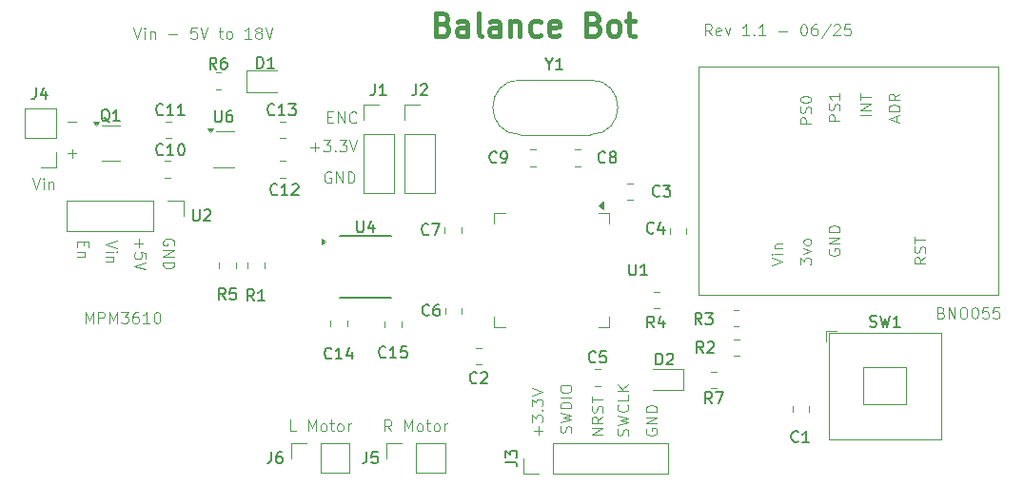
<source format=gbr>
%TF.GenerationSoftware,KiCad,Pcbnew,9.0.2*%
%TF.CreationDate,2025-06-28T14:17:54-05:00*%
%TF.ProjectId,balance_bot,62616c61-6e63-4655-9f62-6f742e6b6963,rev?*%
%TF.SameCoordinates,Original*%
%TF.FileFunction,Legend,Top*%
%TF.FilePolarity,Positive*%
%FSLAX46Y46*%
G04 Gerber Fmt 4.6, Leading zero omitted, Abs format (unit mm)*
G04 Created by KiCad (PCBNEW 9.0.2) date 2025-06-28 14:17:54*
%MOMM*%
%LPD*%
G01*
G04 APERTURE LIST*
%ADD10C,0.100000*%
%ADD11C,0.400000*%
%ADD12C,0.150000*%
%ADD13C,0.120000*%
G04 APERTURE END LIST*
D10*
X152780419Y-114504115D02*
X151780419Y-114504115D01*
X151780419Y-114504115D02*
X152780419Y-113932687D01*
X152780419Y-113932687D02*
X151780419Y-113932687D01*
X152780419Y-112885068D02*
X152304228Y-113218401D01*
X152780419Y-113456496D02*
X151780419Y-113456496D01*
X151780419Y-113456496D02*
X151780419Y-113075544D01*
X151780419Y-113075544D02*
X151828038Y-112980306D01*
X151828038Y-112980306D02*
X151875657Y-112932687D01*
X151875657Y-112932687D02*
X151970895Y-112885068D01*
X151970895Y-112885068D02*
X152113752Y-112885068D01*
X152113752Y-112885068D02*
X152208990Y-112932687D01*
X152208990Y-112932687D02*
X152256609Y-112980306D01*
X152256609Y-112980306D02*
X152304228Y-113075544D01*
X152304228Y-113075544D02*
X152304228Y-113456496D01*
X152732800Y-112504115D02*
X152780419Y-112361258D01*
X152780419Y-112361258D02*
X152780419Y-112123163D01*
X152780419Y-112123163D02*
X152732800Y-112027925D01*
X152732800Y-112027925D02*
X152685180Y-111980306D01*
X152685180Y-111980306D02*
X152589942Y-111932687D01*
X152589942Y-111932687D02*
X152494704Y-111932687D01*
X152494704Y-111932687D02*
X152399466Y-111980306D01*
X152399466Y-111980306D02*
X152351847Y-112027925D01*
X152351847Y-112027925D02*
X152304228Y-112123163D01*
X152304228Y-112123163D02*
X152256609Y-112313639D01*
X152256609Y-112313639D02*
X152208990Y-112408877D01*
X152208990Y-112408877D02*
X152161371Y-112456496D01*
X152161371Y-112456496D02*
X152066133Y-112504115D01*
X152066133Y-112504115D02*
X151970895Y-112504115D01*
X151970895Y-112504115D02*
X151875657Y-112456496D01*
X151875657Y-112456496D02*
X151828038Y-112408877D01*
X151828038Y-112408877D02*
X151780419Y-112313639D01*
X151780419Y-112313639D02*
X151780419Y-112075544D01*
X151780419Y-112075544D02*
X151828038Y-111932687D01*
X151780419Y-111646972D02*
X151780419Y-111075544D01*
X152780419Y-111361258D02*
X151780419Y-111361258D01*
X162470112Y-78942619D02*
X162136779Y-78466428D01*
X161898684Y-78942619D02*
X161898684Y-77942619D01*
X161898684Y-77942619D02*
X162279636Y-77942619D01*
X162279636Y-77942619D02*
X162374874Y-77990238D01*
X162374874Y-77990238D02*
X162422493Y-78037857D01*
X162422493Y-78037857D02*
X162470112Y-78133095D01*
X162470112Y-78133095D02*
X162470112Y-78275952D01*
X162470112Y-78275952D02*
X162422493Y-78371190D01*
X162422493Y-78371190D02*
X162374874Y-78418809D01*
X162374874Y-78418809D02*
X162279636Y-78466428D01*
X162279636Y-78466428D02*
X161898684Y-78466428D01*
X163279636Y-78895000D02*
X163184398Y-78942619D01*
X163184398Y-78942619D02*
X162993922Y-78942619D01*
X162993922Y-78942619D02*
X162898684Y-78895000D01*
X162898684Y-78895000D02*
X162851065Y-78799761D01*
X162851065Y-78799761D02*
X162851065Y-78418809D01*
X162851065Y-78418809D02*
X162898684Y-78323571D01*
X162898684Y-78323571D02*
X162993922Y-78275952D01*
X162993922Y-78275952D02*
X163184398Y-78275952D01*
X163184398Y-78275952D02*
X163279636Y-78323571D01*
X163279636Y-78323571D02*
X163327255Y-78418809D01*
X163327255Y-78418809D02*
X163327255Y-78514047D01*
X163327255Y-78514047D02*
X162851065Y-78609285D01*
X163660589Y-78275952D02*
X163898684Y-78942619D01*
X163898684Y-78942619D02*
X164136779Y-78275952D01*
X165803446Y-78942619D02*
X165232018Y-78942619D01*
X165517732Y-78942619D02*
X165517732Y-77942619D01*
X165517732Y-77942619D02*
X165422494Y-78085476D01*
X165422494Y-78085476D02*
X165327256Y-78180714D01*
X165327256Y-78180714D02*
X165232018Y-78228333D01*
X166232018Y-78847380D02*
X166279637Y-78895000D01*
X166279637Y-78895000D02*
X166232018Y-78942619D01*
X166232018Y-78942619D02*
X166184399Y-78895000D01*
X166184399Y-78895000D02*
X166232018Y-78847380D01*
X166232018Y-78847380D02*
X166232018Y-78942619D01*
X167232017Y-78942619D02*
X166660589Y-78942619D01*
X166946303Y-78942619D02*
X166946303Y-77942619D01*
X166946303Y-77942619D02*
X166851065Y-78085476D01*
X166851065Y-78085476D02*
X166755827Y-78180714D01*
X166755827Y-78180714D02*
X166660589Y-78228333D01*
X168422494Y-78561666D02*
X169184399Y-78561666D01*
X170612970Y-77942619D02*
X170708208Y-77942619D01*
X170708208Y-77942619D02*
X170803446Y-77990238D01*
X170803446Y-77990238D02*
X170851065Y-78037857D01*
X170851065Y-78037857D02*
X170898684Y-78133095D01*
X170898684Y-78133095D02*
X170946303Y-78323571D01*
X170946303Y-78323571D02*
X170946303Y-78561666D01*
X170946303Y-78561666D02*
X170898684Y-78752142D01*
X170898684Y-78752142D02*
X170851065Y-78847380D01*
X170851065Y-78847380D02*
X170803446Y-78895000D01*
X170803446Y-78895000D02*
X170708208Y-78942619D01*
X170708208Y-78942619D02*
X170612970Y-78942619D01*
X170612970Y-78942619D02*
X170517732Y-78895000D01*
X170517732Y-78895000D02*
X170470113Y-78847380D01*
X170470113Y-78847380D02*
X170422494Y-78752142D01*
X170422494Y-78752142D02*
X170374875Y-78561666D01*
X170374875Y-78561666D02*
X170374875Y-78323571D01*
X170374875Y-78323571D02*
X170422494Y-78133095D01*
X170422494Y-78133095D02*
X170470113Y-78037857D01*
X170470113Y-78037857D02*
X170517732Y-77990238D01*
X170517732Y-77990238D02*
X170612970Y-77942619D01*
X171803446Y-77942619D02*
X171612970Y-77942619D01*
X171612970Y-77942619D02*
X171517732Y-77990238D01*
X171517732Y-77990238D02*
X171470113Y-78037857D01*
X171470113Y-78037857D02*
X171374875Y-78180714D01*
X171374875Y-78180714D02*
X171327256Y-78371190D01*
X171327256Y-78371190D02*
X171327256Y-78752142D01*
X171327256Y-78752142D02*
X171374875Y-78847380D01*
X171374875Y-78847380D02*
X171422494Y-78895000D01*
X171422494Y-78895000D02*
X171517732Y-78942619D01*
X171517732Y-78942619D02*
X171708208Y-78942619D01*
X171708208Y-78942619D02*
X171803446Y-78895000D01*
X171803446Y-78895000D02*
X171851065Y-78847380D01*
X171851065Y-78847380D02*
X171898684Y-78752142D01*
X171898684Y-78752142D02*
X171898684Y-78514047D01*
X171898684Y-78514047D02*
X171851065Y-78418809D01*
X171851065Y-78418809D02*
X171803446Y-78371190D01*
X171803446Y-78371190D02*
X171708208Y-78323571D01*
X171708208Y-78323571D02*
X171517732Y-78323571D01*
X171517732Y-78323571D02*
X171422494Y-78371190D01*
X171422494Y-78371190D02*
X171374875Y-78418809D01*
X171374875Y-78418809D02*
X171327256Y-78514047D01*
X173041541Y-77895000D02*
X172184399Y-79180714D01*
X173327256Y-78037857D02*
X173374875Y-77990238D01*
X173374875Y-77990238D02*
X173470113Y-77942619D01*
X173470113Y-77942619D02*
X173708208Y-77942619D01*
X173708208Y-77942619D02*
X173803446Y-77990238D01*
X173803446Y-77990238D02*
X173851065Y-78037857D01*
X173851065Y-78037857D02*
X173898684Y-78133095D01*
X173898684Y-78133095D02*
X173898684Y-78228333D01*
X173898684Y-78228333D02*
X173851065Y-78371190D01*
X173851065Y-78371190D02*
X173279637Y-78942619D01*
X173279637Y-78942619D02*
X173898684Y-78942619D01*
X174803446Y-77942619D02*
X174327256Y-77942619D01*
X174327256Y-77942619D02*
X174279637Y-78418809D01*
X174279637Y-78418809D02*
X174327256Y-78371190D01*
X174327256Y-78371190D02*
X174422494Y-78323571D01*
X174422494Y-78323571D02*
X174660589Y-78323571D01*
X174660589Y-78323571D02*
X174755827Y-78371190D01*
X174755827Y-78371190D02*
X174803446Y-78418809D01*
X174803446Y-78418809D02*
X174851065Y-78514047D01*
X174851065Y-78514047D02*
X174851065Y-78752142D01*
X174851065Y-78752142D02*
X174803446Y-78847380D01*
X174803446Y-78847380D02*
X174755827Y-78895000D01*
X174755827Y-78895000D02*
X174660589Y-78942619D01*
X174660589Y-78942619D02*
X174422494Y-78942619D01*
X174422494Y-78942619D02*
X174327256Y-78895000D01*
X174327256Y-78895000D02*
X174279637Y-78847380D01*
X178910704Y-86611734D02*
X178910704Y-86135544D01*
X179196419Y-86706972D02*
X178196419Y-86373639D01*
X178196419Y-86373639D02*
X179196419Y-86040306D01*
X179196419Y-85706972D02*
X178196419Y-85706972D01*
X178196419Y-85706972D02*
X178196419Y-85468877D01*
X178196419Y-85468877D02*
X178244038Y-85326020D01*
X178244038Y-85326020D02*
X178339276Y-85230782D01*
X178339276Y-85230782D02*
X178434514Y-85183163D01*
X178434514Y-85183163D02*
X178624990Y-85135544D01*
X178624990Y-85135544D02*
X178767847Y-85135544D01*
X178767847Y-85135544D02*
X178958323Y-85183163D01*
X178958323Y-85183163D02*
X179053561Y-85230782D01*
X179053561Y-85230782D02*
X179148800Y-85326020D01*
X179148800Y-85326020D02*
X179196419Y-85468877D01*
X179196419Y-85468877D02*
X179196419Y-85706972D01*
X179196419Y-84135544D02*
X178720228Y-84468877D01*
X179196419Y-84706972D02*
X178196419Y-84706972D01*
X178196419Y-84706972D02*
X178196419Y-84326020D01*
X178196419Y-84326020D02*
X178244038Y-84230782D01*
X178244038Y-84230782D02*
X178291657Y-84183163D01*
X178291657Y-84183163D02*
X178386895Y-84135544D01*
X178386895Y-84135544D02*
X178529752Y-84135544D01*
X178529752Y-84135544D02*
X178624990Y-84183163D01*
X178624990Y-84183163D02*
X178672609Y-84230782D01*
X178672609Y-84230782D02*
X178720228Y-84326020D01*
X178720228Y-84326020D02*
X178720228Y-84706972D01*
X167782419Y-99406972D02*
X168782419Y-99073639D01*
X168782419Y-99073639D02*
X167782419Y-98740306D01*
X168782419Y-98406972D02*
X168115752Y-98406972D01*
X167782419Y-98406972D02*
X167830038Y-98454591D01*
X167830038Y-98454591D02*
X167877657Y-98406972D01*
X167877657Y-98406972D02*
X167830038Y-98359353D01*
X167830038Y-98359353D02*
X167782419Y-98406972D01*
X167782419Y-98406972D02*
X167877657Y-98406972D01*
X168115752Y-97930782D02*
X168782419Y-97930782D01*
X168210990Y-97930782D02*
X168163371Y-97883163D01*
X168163371Y-97883163D02*
X168115752Y-97787925D01*
X168115752Y-97787925D02*
X168115752Y-97645068D01*
X168115752Y-97645068D02*
X168163371Y-97549830D01*
X168163371Y-97549830D02*
X168258609Y-97502211D01*
X168258609Y-97502211D02*
X168782419Y-97502211D01*
X170322419Y-99359353D02*
X170322419Y-98740306D01*
X170322419Y-98740306D02*
X170703371Y-99073639D01*
X170703371Y-99073639D02*
X170703371Y-98930782D01*
X170703371Y-98930782D02*
X170750990Y-98835544D01*
X170750990Y-98835544D02*
X170798609Y-98787925D01*
X170798609Y-98787925D02*
X170893847Y-98740306D01*
X170893847Y-98740306D02*
X171131942Y-98740306D01*
X171131942Y-98740306D02*
X171227180Y-98787925D01*
X171227180Y-98787925D02*
X171274800Y-98835544D01*
X171274800Y-98835544D02*
X171322419Y-98930782D01*
X171322419Y-98930782D02*
X171322419Y-99216496D01*
X171322419Y-99216496D02*
X171274800Y-99311734D01*
X171274800Y-99311734D02*
X171227180Y-99359353D01*
X170655752Y-98406972D02*
X171322419Y-98168877D01*
X171322419Y-98168877D02*
X170655752Y-97930782D01*
X171322419Y-97406972D02*
X171274800Y-97502210D01*
X171274800Y-97502210D02*
X171227180Y-97549829D01*
X171227180Y-97549829D02*
X171131942Y-97597448D01*
X171131942Y-97597448D02*
X170846228Y-97597448D01*
X170846228Y-97597448D02*
X170750990Y-97549829D01*
X170750990Y-97549829D02*
X170703371Y-97502210D01*
X170703371Y-97502210D02*
X170655752Y-97406972D01*
X170655752Y-97406972D02*
X170655752Y-97264115D01*
X170655752Y-97264115D02*
X170703371Y-97168877D01*
X170703371Y-97168877D02*
X170750990Y-97121258D01*
X170750990Y-97121258D02*
X170846228Y-97073639D01*
X170846228Y-97073639D02*
X171131942Y-97073639D01*
X171131942Y-97073639D02*
X171227180Y-97121258D01*
X171227180Y-97121258D02*
X171274800Y-97168877D01*
X171274800Y-97168877D02*
X171322419Y-97264115D01*
X171322419Y-97264115D02*
X171322419Y-97406972D01*
X105205884Y-86664266D02*
X105967789Y-86664266D01*
X109585580Y-97189027D02*
X108585580Y-97522360D01*
X108585580Y-97522360D02*
X109585580Y-97855693D01*
X108585580Y-98189027D02*
X109252247Y-98189027D01*
X109585580Y-98189027D02*
X109537961Y-98141408D01*
X109537961Y-98141408D02*
X109490342Y-98189027D01*
X109490342Y-98189027D02*
X109537961Y-98236646D01*
X109537961Y-98236646D02*
X109585580Y-98189027D01*
X109585580Y-98189027D02*
X109490342Y-98189027D01*
X109252247Y-98665217D02*
X108585580Y-98665217D01*
X109157009Y-98665217D02*
X109204628Y-98712836D01*
X109204628Y-98712836D02*
X109252247Y-98808074D01*
X109252247Y-98808074D02*
X109252247Y-98950931D01*
X109252247Y-98950931D02*
X109204628Y-99046169D01*
X109204628Y-99046169D02*
X109109390Y-99093788D01*
X109109390Y-99093788D02*
X108585580Y-99093788D01*
X126795884Y-88899466D02*
X127557789Y-88899466D01*
X127176836Y-89280419D02*
X127176836Y-88518514D01*
X127938741Y-88280419D02*
X128557788Y-88280419D01*
X128557788Y-88280419D02*
X128224455Y-88661371D01*
X128224455Y-88661371D02*
X128367312Y-88661371D01*
X128367312Y-88661371D02*
X128462550Y-88708990D01*
X128462550Y-88708990D02*
X128510169Y-88756609D01*
X128510169Y-88756609D02*
X128557788Y-88851847D01*
X128557788Y-88851847D02*
X128557788Y-89089942D01*
X128557788Y-89089942D02*
X128510169Y-89185180D01*
X128510169Y-89185180D02*
X128462550Y-89232800D01*
X128462550Y-89232800D02*
X128367312Y-89280419D01*
X128367312Y-89280419D02*
X128081598Y-89280419D01*
X128081598Y-89280419D02*
X127986360Y-89232800D01*
X127986360Y-89232800D02*
X127938741Y-89185180D01*
X128986360Y-89185180D02*
X129033979Y-89232800D01*
X129033979Y-89232800D02*
X128986360Y-89280419D01*
X128986360Y-89280419D02*
X128938741Y-89232800D01*
X128938741Y-89232800D02*
X128986360Y-89185180D01*
X128986360Y-89185180D02*
X128986360Y-89280419D01*
X129367312Y-88280419D02*
X129986359Y-88280419D01*
X129986359Y-88280419D02*
X129653026Y-88661371D01*
X129653026Y-88661371D02*
X129795883Y-88661371D01*
X129795883Y-88661371D02*
X129891121Y-88708990D01*
X129891121Y-88708990D02*
X129938740Y-88756609D01*
X129938740Y-88756609D02*
X129986359Y-88851847D01*
X129986359Y-88851847D02*
X129986359Y-89089942D01*
X129986359Y-89089942D02*
X129938740Y-89185180D01*
X129938740Y-89185180D02*
X129891121Y-89232800D01*
X129891121Y-89232800D02*
X129795883Y-89280419D01*
X129795883Y-89280419D02*
X129510169Y-89280419D01*
X129510169Y-89280419D02*
X129414931Y-89232800D01*
X129414931Y-89232800D02*
X129367312Y-89185180D01*
X130272074Y-88280419D02*
X130605407Y-89280419D01*
X130605407Y-89280419D02*
X130938740Y-88280419D01*
X181482419Y-98692687D02*
X181006228Y-99026020D01*
X181482419Y-99264115D02*
X180482419Y-99264115D01*
X180482419Y-99264115D02*
X180482419Y-98883163D01*
X180482419Y-98883163D02*
X180530038Y-98787925D01*
X180530038Y-98787925D02*
X180577657Y-98740306D01*
X180577657Y-98740306D02*
X180672895Y-98692687D01*
X180672895Y-98692687D02*
X180815752Y-98692687D01*
X180815752Y-98692687D02*
X180910990Y-98740306D01*
X180910990Y-98740306D02*
X180958609Y-98787925D01*
X180958609Y-98787925D02*
X181006228Y-98883163D01*
X181006228Y-98883163D02*
X181006228Y-99264115D01*
X181434800Y-98311734D02*
X181482419Y-98168877D01*
X181482419Y-98168877D02*
X181482419Y-97930782D01*
X181482419Y-97930782D02*
X181434800Y-97835544D01*
X181434800Y-97835544D02*
X181387180Y-97787925D01*
X181387180Y-97787925D02*
X181291942Y-97740306D01*
X181291942Y-97740306D02*
X181196704Y-97740306D01*
X181196704Y-97740306D02*
X181101466Y-97787925D01*
X181101466Y-97787925D02*
X181053847Y-97835544D01*
X181053847Y-97835544D02*
X181006228Y-97930782D01*
X181006228Y-97930782D02*
X180958609Y-98121258D01*
X180958609Y-98121258D02*
X180910990Y-98216496D01*
X180910990Y-98216496D02*
X180863371Y-98264115D01*
X180863371Y-98264115D02*
X180768133Y-98311734D01*
X180768133Y-98311734D02*
X180672895Y-98311734D01*
X180672895Y-98311734D02*
X180577657Y-98264115D01*
X180577657Y-98264115D02*
X180530038Y-98216496D01*
X180530038Y-98216496D02*
X180482419Y-98121258D01*
X180482419Y-98121258D02*
X180482419Y-97883163D01*
X180482419Y-97883163D02*
X180530038Y-97740306D01*
X180482419Y-97454591D02*
X180482419Y-96883163D01*
X181482419Y-97168877D02*
X180482419Y-97168877D01*
X182882217Y-103615609D02*
X183025074Y-103663228D01*
X183025074Y-103663228D02*
X183072693Y-103710847D01*
X183072693Y-103710847D02*
X183120312Y-103806085D01*
X183120312Y-103806085D02*
X183120312Y-103948942D01*
X183120312Y-103948942D02*
X183072693Y-104044180D01*
X183072693Y-104044180D02*
X183025074Y-104091800D01*
X183025074Y-104091800D02*
X182929836Y-104139419D01*
X182929836Y-104139419D02*
X182548884Y-104139419D01*
X182548884Y-104139419D02*
X182548884Y-103139419D01*
X182548884Y-103139419D02*
X182882217Y-103139419D01*
X182882217Y-103139419D02*
X182977455Y-103187038D01*
X182977455Y-103187038D02*
X183025074Y-103234657D01*
X183025074Y-103234657D02*
X183072693Y-103329895D01*
X183072693Y-103329895D02*
X183072693Y-103425133D01*
X183072693Y-103425133D02*
X183025074Y-103520371D01*
X183025074Y-103520371D02*
X182977455Y-103567990D01*
X182977455Y-103567990D02*
X182882217Y-103615609D01*
X182882217Y-103615609D02*
X182548884Y-103615609D01*
X183548884Y-104139419D02*
X183548884Y-103139419D01*
X183548884Y-103139419D02*
X184120312Y-104139419D01*
X184120312Y-104139419D02*
X184120312Y-103139419D01*
X184786979Y-103139419D02*
X184977455Y-103139419D01*
X184977455Y-103139419D02*
X185072693Y-103187038D01*
X185072693Y-103187038D02*
X185167931Y-103282276D01*
X185167931Y-103282276D02*
X185215550Y-103472752D01*
X185215550Y-103472752D02*
X185215550Y-103806085D01*
X185215550Y-103806085D02*
X185167931Y-103996561D01*
X185167931Y-103996561D02*
X185072693Y-104091800D01*
X185072693Y-104091800D02*
X184977455Y-104139419D01*
X184977455Y-104139419D02*
X184786979Y-104139419D01*
X184786979Y-104139419D02*
X184691741Y-104091800D01*
X184691741Y-104091800D02*
X184596503Y-103996561D01*
X184596503Y-103996561D02*
X184548884Y-103806085D01*
X184548884Y-103806085D02*
X184548884Y-103472752D01*
X184548884Y-103472752D02*
X184596503Y-103282276D01*
X184596503Y-103282276D02*
X184691741Y-103187038D01*
X184691741Y-103187038D02*
X184786979Y-103139419D01*
X185834598Y-103139419D02*
X185929836Y-103139419D01*
X185929836Y-103139419D02*
X186025074Y-103187038D01*
X186025074Y-103187038D02*
X186072693Y-103234657D01*
X186072693Y-103234657D02*
X186120312Y-103329895D01*
X186120312Y-103329895D02*
X186167931Y-103520371D01*
X186167931Y-103520371D02*
X186167931Y-103758466D01*
X186167931Y-103758466D02*
X186120312Y-103948942D01*
X186120312Y-103948942D02*
X186072693Y-104044180D01*
X186072693Y-104044180D02*
X186025074Y-104091800D01*
X186025074Y-104091800D02*
X185929836Y-104139419D01*
X185929836Y-104139419D02*
X185834598Y-104139419D01*
X185834598Y-104139419D02*
X185739360Y-104091800D01*
X185739360Y-104091800D02*
X185691741Y-104044180D01*
X185691741Y-104044180D02*
X185644122Y-103948942D01*
X185644122Y-103948942D02*
X185596503Y-103758466D01*
X185596503Y-103758466D02*
X185596503Y-103520371D01*
X185596503Y-103520371D02*
X185644122Y-103329895D01*
X185644122Y-103329895D02*
X185691741Y-103234657D01*
X185691741Y-103234657D02*
X185739360Y-103187038D01*
X185739360Y-103187038D02*
X185834598Y-103139419D01*
X187072693Y-103139419D02*
X186596503Y-103139419D01*
X186596503Y-103139419D02*
X186548884Y-103615609D01*
X186548884Y-103615609D02*
X186596503Y-103567990D01*
X186596503Y-103567990D02*
X186691741Y-103520371D01*
X186691741Y-103520371D02*
X186929836Y-103520371D01*
X186929836Y-103520371D02*
X187025074Y-103567990D01*
X187025074Y-103567990D02*
X187072693Y-103615609D01*
X187072693Y-103615609D02*
X187120312Y-103710847D01*
X187120312Y-103710847D02*
X187120312Y-103948942D01*
X187120312Y-103948942D02*
X187072693Y-104044180D01*
X187072693Y-104044180D02*
X187025074Y-104091800D01*
X187025074Y-104091800D02*
X186929836Y-104139419D01*
X186929836Y-104139419D02*
X186691741Y-104139419D01*
X186691741Y-104139419D02*
X186596503Y-104091800D01*
X186596503Y-104091800D02*
X186548884Y-104044180D01*
X188025074Y-103139419D02*
X187548884Y-103139419D01*
X187548884Y-103139419D02*
X187501265Y-103615609D01*
X187501265Y-103615609D02*
X187548884Y-103567990D01*
X187548884Y-103567990D02*
X187644122Y-103520371D01*
X187644122Y-103520371D02*
X187882217Y-103520371D01*
X187882217Y-103520371D02*
X187977455Y-103567990D01*
X187977455Y-103567990D02*
X188025074Y-103615609D01*
X188025074Y-103615609D02*
X188072693Y-103710847D01*
X188072693Y-103710847D02*
X188072693Y-103948942D01*
X188072693Y-103948942D02*
X188025074Y-104044180D01*
X188025074Y-104044180D02*
X187977455Y-104091800D01*
X187977455Y-104091800D02*
X187882217Y-104139419D01*
X187882217Y-104139419D02*
X187644122Y-104139419D01*
X187644122Y-104139419D02*
X187548884Y-104091800D01*
X187548884Y-104091800D02*
X187501265Y-104044180D01*
X128319884Y-86216609D02*
X128653217Y-86216609D01*
X128796074Y-86740419D02*
X128319884Y-86740419D01*
X128319884Y-86740419D02*
X128319884Y-85740419D01*
X128319884Y-85740419D02*
X128796074Y-85740419D01*
X129224646Y-86740419D02*
X129224646Y-85740419D01*
X129224646Y-85740419D02*
X129796074Y-86740419D01*
X129796074Y-86740419D02*
X129796074Y-85740419D01*
X130843693Y-86645180D02*
X130796074Y-86692800D01*
X130796074Y-86692800D02*
X130653217Y-86740419D01*
X130653217Y-86740419D02*
X130557979Y-86740419D01*
X130557979Y-86740419D02*
X130415122Y-86692800D01*
X130415122Y-86692800D02*
X130319884Y-86597561D01*
X130319884Y-86597561D02*
X130272265Y-86502323D01*
X130272265Y-86502323D02*
X130224646Y-86311847D01*
X130224646Y-86311847D02*
X130224646Y-86168990D01*
X130224646Y-86168990D02*
X130272265Y-85978514D01*
X130272265Y-85978514D02*
X130319884Y-85883276D01*
X130319884Y-85883276D02*
X130415122Y-85788038D01*
X130415122Y-85788038D02*
X130557979Y-85740419D01*
X130557979Y-85740419D02*
X130653217Y-85740419D01*
X130653217Y-85740419D02*
X130796074Y-85788038D01*
X130796074Y-85788038D02*
X130843693Y-85835657D01*
X147065466Y-114504115D02*
X147065466Y-113742211D01*
X147446419Y-114123163D02*
X146684514Y-114123163D01*
X146446419Y-113361258D02*
X146446419Y-112742211D01*
X146446419Y-112742211D02*
X146827371Y-113075544D01*
X146827371Y-113075544D02*
X146827371Y-112932687D01*
X146827371Y-112932687D02*
X146874990Y-112837449D01*
X146874990Y-112837449D02*
X146922609Y-112789830D01*
X146922609Y-112789830D02*
X147017847Y-112742211D01*
X147017847Y-112742211D02*
X147255942Y-112742211D01*
X147255942Y-112742211D02*
X147351180Y-112789830D01*
X147351180Y-112789830D02*
X147398800Y-112837449D01*
X147398800Y-112837449D02*
X147446419Y-112932687D01*
X147446419Y-112932687D02*
X147446419Y-113218401D01*
X147446419Y-113218401D02*
X147398800Y-113313639D01*
X147398800Y-113313639D02*
X147351180Y-113361258D01*
X147351180Y-112313639D02*
X147398800Y-112266020D01*
X147398800Y-112266020D02*
X147446419Y-112313639D01*
X147446419Y-112313639D02*
X147398800Y-112361258D01*
X147398800Y-112361258D02*
X147351180Y-112313639D01*
X147351180Y-112313639D02*
X147446419Y-112313639D01*
X146446419Y-111932687D02*
X146446419Y-111313640D01*
X146446419Y-111313640D02*
X146827371Y-111646973D01*
X146827371Y-111646973D02*
X146827371Y-111504116D01*
X146827371Y-111504116D02*
X146874990Y-111408878D01*
X146874990Y-111408878D02*
X146922609Y-111361259D01*
X146922609Y-111361259D02*
X147017847Y-111313640D01*
X147017847Y-111313640D02*
X147255942Y-111313640D01*
X147255942Y-111313640D02*
X147351180Y-111361259D01*
X147351180Y-111361259D02*
X147398800Y-111408878D01*
X147398800Y-111408878D02*
X147446419Y-111504116D01*
X147446419Y-111504116D02*
X147446419Y-111789830D01*
X147446419Y-111789830D02*
X147398800Y-111885068D01*
X147398800Y-111885068D02*
X147351180Y-111932687D01*
X146446419Y-111027925D02*
X147446419Y-110694592D01*
X147446419Y-110694592D02*
X146446419Y-110361259D01*
X125494074Y-114172419D02*
X125017884Y-114172419D01*
X125017884Y-114172419D02*
X125017884Y-113172419D01*
X126589313Y-114172419D02*
X126589313Y-113172419D01*
X126589313Y-113172419D02*
X126922646Y-113886704D01*
X126922646Y-113886704D02*
X127255979Y-113172419D01*
X127255979Y-113172419D02*
X127255979Y-114172419D01*
X127875027Y-114172419D02*
X127779789Y-114124800D01*
X127779789Y-114124800D02*
X127732170Y-114077180D01*
X127732170Y-114077180D02*
X127684551Y-113981942D01*
X127684551Y-113981942D02*
X127684551Y-113696228D01*
X127684551Y-113696228D02*
X127732170Y-113600990D01*
X127732170Y-113600990D02*
X127779789Y-113553371D01*
X127779789Y-113553371D02*
X127875027Y-113505752D01*
X127875027Y-113505752D02*
X128017884Y-113505752D01*
X128017884Y-113505752D02*
X128113122Y-113553371D01*
X128113122Y-113553371D02*
X128160741Y-113600990D01*
X128160741Y-113600990D02*
X128208360Y-113696228D01*
X128208360Y-113696228D02*
X128208360Y-113981942D01*
X128208360Y-113981942D02*
X128160741Y-114077180D01*
X128160741Y-114077180D02*
X128113122Y-114124800D01*
X128113122Y-114124800D02*
X128017884Y-114172419D01*
X128017884Y-114172419D02*
X127875027Y-114172419D01*
X128494075Y-113505752D02*
X128875027Y-113505752D01*
X128636932Y-113172419D02*
X128636932Y-114029561D01*
X128636932Y-114029561D02*
X128684551Y-114124800D01*
X128684551Y-114124800D02*
X128779789Y-114172419D01*
X128779789Y-114172419D02*
X128875027Y-114172419D01*
X129351218Y-114172419D02*
X129255980Y-114124800D01*
X129255980Y-114124800D02*
X129208361Y-114077180D01*
X129208361Y-114077180D02*
X129160742Y-113981942D01*
X129160742Y-113981942D02*
X129160742Y-113696228D01*
X129160742Y-113696228D02*
X129208361Y-113600990D01*
X129208361Y-113600990D02*
X129255980Y-113553371D01*
X129255980Y-113553371D02*
X129351218Y-113505752D01*
X129351218Y-113505752D02*
X129494075Y-113505752D01*
X129494075Y-113505752D02*
X129589313Y-113553371D01*
X129589313Y-113553371D02*
X129636932Y-113600990D01*
X129636932Y-113600990D02*
X129684551Y-113696228D01*
X129684551Y-113696228D02*
X129684551Y-113981942D01*
X129684551Y-113981942D02*
X129636932Y-114077180D01*
X129636932Y-114077180D02*
X129589313Y-114124800D01*
X129589313Y-114124800D02*
X129494075Y-114172419D01*
X129494075Y-114172419D02*
X129351218Y-114172419D01*
X130113123Y-114172419D02*
X130113123Y-113505752D01*
X130113123Y-113696228D02*
X130160742Y-113600990D01*
X130160742Y-113600990D02*
X130208361Y-113553371D01*
X130208361Y-113553371D02*
X130303599Y-113505752D01*
X130303599Y-113505752D02*
X130398837Y-113505752D01*
X173862419Y-86564115D02*
X172862419Y-86564115D01*
X172862419Y-86564115D02*
X172862419Y-86183163D01*
X172862419Y-86183163D02*
X172910038Y-86087925D01*
X172910038Y-86087925D02*
X172957657Y-86040306D01*
X172957657Y-86040306D02*
X173052895Y-85992687D01*
X173052895Y-85992687D02*
X173195752Y-85992687D01*
X173195752Y-85992687D02*
X173290990Y-86040306D01*
X173290990Y-86040306D02*
X173338609Y-86087925D01*
X173338609Y-86087925D02*
X173386228Y-86183163D01*
X173386228Y-86183163D02*
X173386228Y-86564115D01*
X173814800Y-85611734D02*
X173862419Y-85468877D01*
X173862419Y-85468877D02*
X173862419Y-85230782D01*
X173862419Y-85230782D02*
X173814800Y-85135544D01*
X173814800Y-85135544D02*
X173767180Y-85087925D01*
X173767180Y-85087925D02*
X173671942Y-85040306D01*
X173671942Y-85040306D02*
X173576704Y-85040306D01*
X173576704Y-85040306D02*
X173481466Y-85087925D01*
X173481466Y-85087925D02*
X173433847Y-85135544D01*
X173433847Y-85135544D02*
X173386228Y-85230782D01*
X173386228Y-85230782D02*
X173338609Y-85421258D01*
X173338609Y-85421258D02*
X173290990Y-85516496D01*
X173290990Y-85516496D02*
X173243371Y-85564115D01*
X173243371Y-85564115D02*
X173148133Y-85611734D01*
X173148133Y-85611734D02*
X173052895Y-85611734D01*
X173052895Y-85611734D02*
X172957657Y-85564115D01*
X172957657Y-85564115D02*
X172910038Y-85516496D01*
X172910038Y-85516496D02*
X172862419Y-85421258D01*
X172862419Y-85421258D02*
X172862419Y-85183163D01*
X172862419Y-85183163D02*
X172910038Y-85040306D01*
X173862419Y-84087925D02*
X173862419Y-84659353D01*
X173862419Y-84373639D02*
X172862419Y-84373639D01*
X172862419Y-84373639D02*
X173005276Y-84468877D01*
X173005276Y-84468877D02*
X173100514Y-84564115D01*
X173100514Y-84564115D02*
X173148133Y-84659353D01*
X133971312Y-114172419D02*
X133637979Y-113696228D01*
X133399884Y-114172419D02*
X133399884Y-113172419D01*
X133399884Y-113172419D02*
X133780836Y-113172419D01*
X133780836Y-113172419D02*
X133876074Y-113220038D01*
X133876074Y-113220038D02*
X133923693Y-113267657D01*
X133923693Y-113267657D02*
X133971312Y-113362895D01*
X133971312Y-113362895D02*
X133971312Y-113505752D01*
X133971312Y-113505752D02*
X133923693Y-113600990D01*
X133923693Y-113600990D02*
X133876074Y-113648609D01*
X133876074Y-113648609D02*
X133780836Y-113696228D01*
X133780836Y-113696228D02*
X133399884Y-113696228D01*
X135161789Y-114172419D02*
X135161789Y-113172419D01*
X135161789Y-113172419D02*
X135495122Y-113886704D01*
X135495122Y-113886704D02*
X135828455Y-113172419D01*
X135828455Y-113172419D02*
X135828455Y-114172419D01*
X136447503Y-114172419D02*
X136352265Y-114124800D01*
X136352265Y-114124800D02*
X136304646Y-114077180D01*
X136304646Y-114077180D02*
X136257027Y-113981942D01*
X136257027Y-113981942D02*
X136257027Y-113696228D01*
X136257027Y-113696228D02*
X136304646Y-113600990D01*
X136304646Y-113600990D02*
X136352265Y-113553371D01*
X136352265Y-113553371D02*
X136447503Y-113505752D01*
X136447503Y-113505752D02*
X136590360Y-113505752D01*
X136590360Y-113505752D02*
X136685598Y-113553371D01*
X136685598Y-113553371D02*
X136733217Y-113600990D01*
X136733217Y-113600990D02*
X136780836Y-113696228D01*
X136780836Y-113696228D02*
X136780836Y-113981942D01*
X136780836Y-113981942D02*
X136733217Y-114077180D01*
X136733217Y-114077180D02*
X136685598Y-114124800D01*
X136685598Y-114124800D02*
X136590360Y-114172419D01*
X136590360Y-114172419D02*
X136447503Y-114172419D01*
X137066551Y-113505752D02*
X137447503Y-113505752D01*
X137209408Y-113172419D02*
X137209408Y-114029561D01*
X137209408Y-114029561D02*
X137257027Y-114124800D01*
X137257027Y-114124800D02*
X137352265Y-114172419D01*
X137352265Y-114172419D02*
X137447503Y-114172419D01*
X137923694Y-114172419D02*
X137828456Y-114124800D01*
X137828456Y-114124800D02*
X137780837Y-114077180D01*
X137780837Y-114077180D02*
X137733218Y-113981942D01*
X137733218Y-113981942D02*
X137733218Y-113696228D01*
X137733218Y-113696228D02*
X137780837Y-113600990D01*
X137780837Y-113600990D02*
X137828456Y-113553371D01*
X137828456Y-113553371D02*
X137923694Y-113505752D01*
X137923694Y-113505752D02*
X138066551Y-113505752D01*
X138066551Y-113505752D02*
X138161789Y-113553371D01*
X138161789Y-113553371D02*
X138209408Y-113600990D01*
X138209408Y-113600990D02*
X138257027Y-113696228D01*
X138257027Y-113696228D02*
X138257027Y-113981942D01*
X138257027Y-113981942D02*
X138209408Y-114077180D01*
X138209408Y-114077180D02*
X138161789Y-114124800D01*
X138161789Y-114124800D02*
X138066551Y-114172419D01*
X138066551Y-114172419D02*
X137923694Y-114172419D01*
X138685599Y-114172419D02*
X138685599Y-113505752D01*
X138685599Y-113696228D02*
X138733218Y-113600990D01*
X138733218Y-113600990D02*
X138780837Y-113553371D01*
X138780837Y-113553371D02*
X138876075Y-113505752D01*
X138876075Y-113505752D02*
X138971313Y-113505752D01*
X149938800Y-114297734D02*
X149986419Y-114154877D01*
X149986419Y-114154877D02*
X149986419Y-113916782D01*
X149986419Y-113916782D02*
X149938800Y-113821544D01*
X149938800Y-113821544D02*
X149891180Y-113773925D01*
X149891180Y-113773925D02*
X149795942Y-113726306D01*
X149795942Y-113726306D02*
X149700704Y-113726306D01*
X149700704Y-113726306D02*
X149605466Y-113773925D01*
X149605466Y-113773925D02*
X149557847Y-113821544D01*
X149557847Y-113821544D02*
X149510228Y-113916782D01*
X149510228Y-113916782D02*
X149462609Y-114107258D01*
X149462609Y-114107258D02*
X149414990Y-114202496D01*
X149414990Y-114202496D02*
X149367371Y-114250115D01*
X149367371Y-114250115D02*
X149272133Y-114297734D01*
X149272133Y-114297734D02*
X149176895Y-114297734D01*
X149176895Y-114297734D02*
X149081657Y-114250115D01*
X149081657Y-114250115D02*
X149034038Y-114202496D01*
X149034038Y-114202496D02*
X148986419Y-114107258D01*
X148986419Y-114107258D02*
X148986419Y-113869163D01*
X148986419Y-113869163D02*
X149034038Y-113726306D01*
X148986419Y-113392972D02*
X149986419Y-113154877D01*
X149986419Y-113154877D02*
X149272133Y-112964401D01*
X149272133Y-112964401D02*
X149986419Y-112773925D01*
X149986419Y-112773925D02*
X148986419Y-112535830D01*
X149986419Y-112154877D02*
X148986419Y-112154877D01*
X148986419Y-112154877D02*
X148986419Y-111916782D01*
X148986419Y-111916782D02*
X149034038Y-111773925D01*
X149034038Y-111773925D02*
X149129276Y-111678687D01*
X149129276Y-111678687D02*
X149224514Y-111631068D01*
X149224514Y-111631068D02*
X149414990Y-111583449D01*
X149414990Y-111583449D02*
X149557847Y-111583449D01*
X149557847Y-111583449D02*
X149748323Y-111631068D01*
X149748323Y-111631068D02*
X149843561Y-111678687D01*
X149843561Y-111678687D02*
X149938800Y-111773925D01*
X149938800Y-111773925D02*
X149986419Y-111916782D01*
X149986419Y-111916782D02*
X149986419Y-112154877D01*
X149986419Y-111154877D02*
X148986419Y-111154877D01*
X148986419Y-110488211D02*
X148986419Y-110297735D01*
X148986419Y-110297735D02*
X149034038Y-110202497D01*
X149034038Y-110202497D02*
X149129276Y-110107259D01*
X149129276Y-110107259D02*
X149319752Y-110059640D01*
X149319752Y-110059640D02*
X149653085Y-110059640D01*
X149653085Y-110059640D02*
X149843561Y-110107259D01*
X149843561Y-110107259D02*
X149938800Y-110202497D01*
X149938800Y-110202497D02*
X149986419Y-110297735D01*
X149986419Y-110297735D02*
X149986419Y-110488211D01*
X149986419Y-110488211D02*
X149938800Y-110583449D01*
X149938800Y-110583449D02*
X149843561Y-110678687D01*
X149843561Y-110678687D02*
X149653085Y-110726306D01*
X149653085Y-110726306D02*
X149319752Y-110726306D01*
X149319752Y-110726306D02*
X149129276Y-110678687D01*
X149129276Y-110678687D02*
X149034038Y-110583449D01*
X149034038Y-110583449D02*
X148986419Y-110488211D01*
D11*
X138566014Y-77934819D02*
X138851728Y-78030057D01*
X138851728Y-78030057D02*
X138946966Y-78125295D01*
X138946966Y-78125295D02*
X139042204Y-78315771D01*
X139042204Y-78315771D02*
X139042204Y-78601485D01*
X139042204Y-78601485D02*
X138946966Y-78791961D01*
X138946966Y-78791961D02*
X138851728Y-78887200D01*
X138851728Y-78887200D02*
X138661252Y-78982438D01*
X138661252Y-78982438D02*
X137899347Y-78982438D01*
X137899347Y-78982438D02*
X137899347Y-76982438D01*
X137899347Y-76982438D02*
X138566014Y-76982438D01*
X138566014Y-76982438D02*
X138756490Y-77077676D01*
X138756490Y-77077676D02*
X138851728Y-77172914D01*
X138851728Y-77172914D02*
X138946966Y-77363390D01*
X138946966Y-77363390D02*
X138946966Y-77553866D01*
X138946966Y-77553866D02*
X138851728Y-77744342D01*
X138851728Y-77744342D02*
X138756490Y-77839580D01*
X138756490Y-77839580D02*
X138566014Y-77934819D01*
X138566014Y-77934819D02*
X137899347Y-77934819D01*
X140756490Y-78982438D02*
X140756490Y-77934819D01*
X140756490Y-77934819D02*
X140661252Y-77744342D01*
X140661252Y-77744342D02*
X140470776Y-77649104D01*
X140470776Y-77649104D02*
X140089823Y-77649104D01*
X140089823Y-77649104D02*
X139899347Y-77744342D01*
X140756490Y-78887200D02*
X140566014Y-78982438D01*
X140566014Y-78982438D02*
X140089823Y-78982438D01*
X140089823Y-78982438D02*
X139899347Y-78887200D01*
X139899347Y-78887200D02*
X139804109Y-78696723D01*
X139804109Y-78696723D02*
X139804109Y-78506247D01*
X139804109Y-78506247D02*
X139899347Y-78315771D01*
X139899347Y-78315771D02*
X140089823Y-78220533D01*
X140089823Y-78220533D02*
X140566014Y-78220533D01*
X140566014Y-78220533D02*
X140756490Y-78125295D01*
X141994585Y-78982438D02*
X141804109Y-78887200D01*
X141804109Y-78887200D02*
X141708871Y-78696723D01*
X141708871Y-78696723D02*
X141708871Y-76982438D01*
X143613633Y-78982438D02*
X143613633Y-77934819D01*
X143613633Y-77934819D02*
X143518395Y-77744342D01*
X143518395Y-77744342D02*
X143327919Y-77649104D01*
X143327919Y-77649104D02*
X142946966Y-77649104D01*
X142946966Y-77649104D02*
X142756490Y-77744342D01*
X143613633Y-78887200D02*
X143423157Y-78982438D01*
X143423157Y-78982438D02*
X142946966Y-78982438D01*
X142946966Y-78982438D02*
X142756490Y-78887200D01*
X142756490Y-78887200D02*
X142661252Y-78696723D01*
X142661252Y-78696723D02*
X142661252Y-78506247D01*
X142661252Y-78506247D02*
X142756490Y-78315771D01*
X142756490Y-78315771D02*
X142946966Y-78220533D01*
X142946966Y-78220533D02*
X143423157Y-78220533D01*
X143423157Y-78220533D02*
X143613633Y-78125295D01*
X144566014Y-77649104D02*
X144566014Y-78982438D01*
X144566014Y-77839580D02*
X144661252Y-77744342D01*
X144661252Y-77744342D02*
X144851728Y-77649104D01*
X144851728Y-77649104D02*
X145137443Y-77649104D01*
X145137443Y-77649104D02*
X145327919Y-77744342D01*
X145327919Y-77744342D02*
X145423157Y-77934819D01*
X145423157Y-77934819D02*
X145423157Y-78982438D01*
X147232681Y-78887200D02*
X147042205Y-78982438D01*
X147042205Y-78982438D02*
X146661252Y-78982438D01*
X146661252Y-78982438D02*
X146470776Y-78887200D01*
X146470776Y-78887200D02*
X146375538Y-78791961D01*
X146375538Y-78791961D02*
X146280300Y-78601485D01*
X146280300Y-78601485D02*
X146280300Y-78030057D01*
X146280300Y-78030057D02*
X146375538Y-77839580D01*
X146375538Y-77839580D02*
X146470776Y-77744342D01*
X146470776Y-77744342D02*
X146661252Y-77649104D01*
X146661252Y-77649104D02*
X147042205Y-77649104D01*
X147042205Y-77649104D02*
X147232681Y-77744342D01*
X148851729Y-78887200D02*
X148661253Y-78982438D01*
X148661253Y-78982438D02*
X148280300Y-78982438D01*
X148280300Y-78982438D02*
X148089824Y-78887200D01*
X148089824Y-78887200D02*
X147994586Y-78696723D01*
X147994586Y-78696723D02*
X147994586Y-77934819D01*
X147994586Y-77934819D02*
X148089824Y-77744342D01*
X148089824Y-77744342D02*
X148280300Y-77649104D01*
X148280300Y-77649104D02*
X148661253Y-77649104D01*
X148661253Y-77649104D02*
X148851729Y-77744342D01*
X148851729Y-77744342D02*
X148946967Y-77934819D01*
X148946967Y-77934819D02*
X148946967Y-78125295D01*
X148946967Y-78125295D02*
X147994586Y-78315771D01*
X151994587Y-77934819D02*
X152280301Y-78030057D01*
X152280301Y-78030057D02*
X152375539Y-78125295D01*
X152375539Y-78125295D02*
X152470777Y-78315771D01*
X152470777Y-78315771D02*
X152470777Y-78601485D01*
X152470777Y-78601485D02*
X152375539Y-78791961D01*
X152375539Y-78791961D02*
X152280301Y-78887200D01*
X152280301Y-78887200D02*
X152089825Y-78982438D01*
X152089825Y-78982438D02*
X151327920Y-78982438D01*
X151327920Y-78982438D02*
X151327920Y-76982438D01*
X151327920Y-76982438D02*
X151994587Y-76982438D01*
X151994587Y-76982438D02*
X152185063Y-77077676D01*
X152185063Y-77077676D02*
X152280301Y-77172914D01*
X152280301Y-77172914D02*
X152375539Y-77363390D01*
X152375539Y-77363390D02*
X152375539Y-77553866D01*
X152375539Y-77553866D02*
X152280301Y-77744342D01*
X152280301Y-77744342D02*
X152185063Y-77839580D01*
X152185063Y-77839580D02*
X151994587Y-77934819D01*
X151994587Y-77934819D02*
X151327920Y-77934819D01*
X153613634Y-78982438D02*
X153423158Y-78887200D01*
X153423158Y-78887200D02*
X153327920Y-78791961D01*
X153327920Y-78791961D02*
X153232682Y-78601485D01*
X153232682Y-78601485D02*
X153232682Y-78030057D01*
X153232682Y-78030057D02*
X153327920Y-77839580D01*
X153327920Y-77839580D02*
X153423158Y-77744342D01*
X153423158Y-77744342D02*
X153613634Y-77649104D01*
X153613634Y-77649104D02*
X153899349Y-77649104D01*
X153899349Y-77649104D02*
X154089825Y-77744342D01*
X154089825Y-77744342D02*
X154185063Y-77839580D01*
X154185063Y-77839580D02*
X154280301Y-78030057D01*
X154280301Y-78030057D02*
X154280301Y-78601485D01*
X154280301Y-78601485D02*
X154185063Y-78791961D01*
X154185063Y-78791961D02*
X154089825Y-78887200D01*
X154089825Y-78887200D02*
X153899349Y-78982438D01*
X153899349Y-78982438D02*
X153613634Y-78982438D01*
X154851730Y-77649104D02*
X155613634Y-77649104D01*
X155137444Y-76982438D02*
X155137444Y-78696723D01*
X155137444Y-78696723D02*
X155232682Y-78887200D01*
X155232682Y-78887200D02*
X155423158Y-78982438D01*
X155423158Y-78982438D02*
X155613634Y-78982438D01*
D10*
X111032027Y-78247419D02*
X111365360Y-79247419D01*
X111365360Y-79247419D02*
X111698693Y-78247419D01*
X112032027Y-79247419D02*
X112032027Y-78580752D01*
X112032027Y-78247419D02*
X111984408Y-78295038D01*
X111984408Y-78295038D02*
X112032027Y-78342657D01*
X112032027Y-78342657D02*
X112079646Y-78295038D01*
X112079646Y-78295038D02*
X112032027Y-78247419D01*
X112032027Y-78247419D02*
X112032027Y-78342657D01*
X112508217Y-78580752D02*
X112508217Y-79247419D01*
X112508217Y-78675990D02*
X112555836Y-78628371D01*
X112555836Y-78628371D02*
X112651074Y-78580752D01*
X112651074Y-78580752D02*
X112793931Y-78580752D01*
X112793931Y-78580752D02*
X112889169Y-78628371D01*
X112889169Y-78628371D02*
X112936788Y-78723609D01*
X112936788Y-78723609D02*
X112936788Y-79247419D01*
X114174884Y-78866466D02*
X114936789Y-78866466D01*
X116651074Y-78247419D02*
X116174884Y-78247419D01*
X116174884Y-78247419D02*
X116127265Y-78723609D01*
X116127265Y-78723609D02*
X116174884Y-78675990D01*
X116174884Y-78675990D02*
X116270122Y-78628371D01*
X116270122Y-78628371D02*
X116508217Y-78628371D01*
X116508217Y-78628371D02*
X116603455Y-78675990D01*
X116603455Y-78675990D02*
X116651074Y-78723609D01*
X116651074Y-78723609D02*
X116698693Y-78818847D01*
X116698693Y-78818847D02*
X116698693Y-79056942D01*
X116698693Y-79056942D02*
X116651074Y-79152180D01*
X116651074Y-79152180D02*
X116603455Y-79199800D01*
X116603455Y-79199800D02*
X116508217Y-79247419D01*
X116508217Y-79247419D02*
X116270122Y-79247419D01*
X116270122Y-79247419D02*
X116174884Y-79199800D01*
X116174884Y-79199800D02*
X116127265Y-79152180D01*
X116984408Y-78247419D02*
X117317741Y-79247419D01*
X117317741Y-79247419D02*
X117651074Y-78247419D01*
X118603456Y-78580752D02*
X118984408Y-78580752D01*
X118746313Y-78247419D02*
X118746313Y-79104561D01*
X118746313Y-79104561D02*
X118793932Y-79199800D01*
X118793932Y-79199800D02*
X118889170Y-79247419D01*
X118889170Y-79247419D02*
X118984408Y-79247419D01*
X119460599Y-79247419D02*
X119365361Y-79199800D01*
X119365361Y-79199800D02*
X119317742Y-79152180D01*
X119317742Y-79152180D02*
X119270123Y-79056942D01*
X119270123Y-79056942D02*
X119270123Y-78771228D01*
X119270123Y-78771228D02*
X119317742Y-78675990D01*
X119317742Y-78675990D02*
X119365361Y-78628371D01*
X119365361Y-78628371D02*
X119460599Y-78580752D01*
X119460599Y-78580752D02*
X119603456Y-78580752D01*
X119603456Y-78580752D02*
X119698694Y-78628371D01*
X119698694Y-78628371D02*
X119746313Y-78675990D01*
X119746313Y-78675990D02*
X119793932Y-78771228D01*
X119793932Y-78771228D02*
X119793932Y-79056942D01*
X119793932Y-79056942D02*
X119746313Y-79152180D01*
X119746313Y-79152180D02*
X119698694Y-79199800D01*
X119698694Y-79199800D02*
X119603456Y-79247419D01*
X119603456Y-79247419D02*
X119460599Y-79247419D01*
X121508218Y-79247419D02*
X120936790Y-79247419D01*
X121222504Y-79247419D02*
X121222504Y-78247419D01*
X121222504Y-78247419D02*
X121127266Y-78390276D01*
X121127266Y-78390276D02*
X121032028Y-78485514D01*
X121032028Y-78485514D02*
X120936790Y-78533133D01*
X122079647Y-78675990D02*
X121984409Y-78628371D01*
X121984409Y-78628371D02*
X121936790Y-78580752D01*
X121936790Y-78580752D02*
X121889171Y-78485514D01*
X121889171Y-78485514D02*
X121889171Y-78437895D01*
X121889171Y-78437895D02*
X121936790Y-78342657D01*
X121936790Y-78342657D02*
X121984409Y-78295038D01*
X121984409Y-78295038D02*
X122079647Y-78247419D01*
X122079647Y-78247419D02*
X122270123Y-78247419D01*
X122270123Y-78247419D02*
X122365361Y-78295038D01*
X122365361Y-78295038D02*
X122412980Y-78342657D01*
X122412980Y-78342657D02*
X122460599Y-78437895D01*
X122460599Y-78437895D02*
X122460599Y-78485514D01*
X122460599Y-78485514D02*
X122412980Y-78580752D01*
X122412980Y-78580752D02*
X122365361Y-78628371D01*
X122365361Y-78628371D02*
X122270123Y-78675990D01*
X122270123Y-78675990D02*
X122079647Y-78675990D01*
X122079647Y-78675990D02*
X121984409Y-78723609D01*
X121984409Y-78723609D02*
X121936790Y-78771228D01*
X121936790Y-78771228D02*
X121889171Y-78866466D01*
X121889171Y-78866466D02*
X121889171Y-79056942D01*
X121889171Y-79056942D02*
X121936790Y-79152180D01*
X121936790Y-79152180D02*
X121984409Y-79199800D01*
X121984409Y-79199800D02*
X122079647Y-79247419D01*
X122079647Y-79247419D02*
X122270123Y-79247419D01*
X122270123Y-79247419D02*
X122365361Y-79199800D01*
X122365361Y-79199800D02*
X122412980Y-79152180D01*
X122412980Y-79152180D02*
X122460599Y-79056942D01*
X122460599Y-79056942D02*
X122460599Y-78866466D01*
X122460599Y-78866466D02*
X122412980Y-78771228D01*
X122412980Y-78771228D02*
X122365361Y-78723609D01*
X122365361Y-78723609D02*
X122270123Y-78675990D01*
X122746314Y-78247419D02*
X123079647Y-79247419D01*
X123079647Y-79247419D02*
X123412980Y-78247419D01*
X106569390Y-97331884D02*
X106569390Y-97665217D01*
X106045580Y-97808074D02*
X106045580Y-97331884D01*
X106045580Y-97331884D02*
X107045580Y-97331884D01*
X107045580Y-97331884D02*
X107045580Y-97808074D01*
X106712247Y-98236646D02*
X106045580Y-98236646D01*
X106617009Y-98236646D02*
X106664628Y-98284265D01*
X106664628Y-98284265D02*
X106712247Y-98379503D01*
X106712247Y-98379503D02*
X106712247Y-98522360D01*
X106712247Y-98522360D02*
X106664628Y-98617598D01*
X106664628Y-98617598D02*
X106569390Y-98665217D01*
X106569390Y-98665217D02*
X106045580Y-98665217D01*
X156654038Y-113980306D02*
X156606419Y-114075544D01*
X156606419Y-114075544D02*
X156606419Y-114218401D01*
X156606419Y-114218401D02*
X156654038Y-114361258D01*
X156654038Y-114361258D02*
X156749276Y-114456496D01*
X156749276Y-114456496D02*
X156844514Y-114504115D01*
X156844514Y-114504115D02*
X157034990Y-114551734D01*
X157034990Y-114551734D02*
X157177847Y-114551734D01*
X157177847Y-114551734D02*
X157368323Y-114504115D01*
X157368323Y-114504115D02*
X157463561Y-114456496D01*
X157463561Y-114456496D02*
X157558800Y-114361258D01*
X157558800Y-114361258D02*
X157606419Y-114218401D01*
X157606419Y-114218401D02*
X157606419Y-114123163D01*
X157606419Y-114123163D02*
X157558800Y-113980306D01*
X157558800Y-113980306D02*
X157511180Y-113932687D01*
X157511180Y-113932687D02*
X157177847Y-113932687D01*
X157177847Y-113932687D02*
X157177847Y-114123163D01*
X157606419Y-113504115D02*
X156606419Y-113504115D01*
X156606419Y-113504115D02*
X157606419Y-112932687D01*
X157606419Y-112932687D02*
X156606419Y-112932687D01*
X157606419Y-112456496D02*
X156606419Y-112456496D01*
X156606419Y-112456496D02*
X156606419Y-112218401D01*
X156606419Y-112218401D02*
X156654038Y-112075544D01*
X156654038Y-112075544D02*
X156749276Y-111980306D01*
X156749276Y-111980306D02*
X156844514Y-111932687D01*
X156844514Y-111932687D02*
X157034990Y-111885068D01*
X157034990Y-111885068D02*
X157177847Y-111885068D01*
X157177847Y-111885068D02*
X157368323Y-111932687D01*
X157368323Y-111932687D02*
X157463561Y-111980306D01*
X157463561Y-111980306D02*
X157558800Y-112075544D01*
X157558800Y-112075544D02*
X157606419Y-112218401D01*
X157606419Y-112218401D02*
X157606419Y-112456496D01*
X128589693Y-91122038D02*
X128494455Y-91074419D01*
X128494455Y-91074419D02*
X128351598Y-91074419D01*
X128351598Y-91074419D02*
X128208741Y-91122038D01*
X128208741Y-91122038D02*
X128113503Y-91217276D01*
X128113503Y-91217276D02*
X128065884Y-91312514D01*
X128065884Y-91312514D02*
X128018265Y-91502990D01*
X128018265Y-91502990D02*
X128018265Y-91645847D01*
X128018265Y-91645847D02*
X128065884Y-91836323D01*
X128065884Y-91836323D02*
X128113503Y-91931561D01*
X128113503Y-91931561D02*
X128208741Y-92026800D01*
X128208741Y-92026800D02*
X128351598Y-92074419D01*
X128351598Y-92074419D02*
X128446836Y-92074419D01*
X128446836Y-92074419D02*
X128589693Y-92026800D01*
X128589693Y-92026800D02*
X128637312Y-91979180D01*
X128637312Y-91979180D02*
X128637312Y-91645847D01*
X128637312Y-91645847D02*
X128446836Y-91645847D01*
X129065884Y-92074419D02*
X129065884Y-91074419D01*
X129065884Y-91074419D02*
X129637312Y-92074419D01*
X129637312Y-92074419D02*
X129637312Y-91074419D01*
X130113503Y-92074419D02*
X130113503Y-91074419D01*
X130113503Y-91074419D02*
X130351598Y-91074419D01*
X130351598Y-91074419D02*
X130494455Y-91122038D01*
X130494455Y-91122038D02*
X130589693Y-91217276D01*
X130589693Y-91217276D02*
X130637312Y-91312514D01*
X130637312Y-91312514D02*
X130684931Y-91502990D01*
X130684931Y-91502990D02*
X130684931Y-91645847D01*
X130684931Y-91645847D02*
X130637312Y-91836323D01*
X130637312Y-91836323D02*
X130589693Y-91931561D01*
X130589693Y-91931561D02*
X130494455Y-92026800D01*
X130494455Y-92026800D02*
X130351598Y-92074419D01*
X130351598Y-92074419D02*
X130113503Y-92074419D01*
X172910038Y-97978306D02*
X172862419Y-98073544D01*
X172862419Y-98073544D02*
X172862419Y-98216401D01*
X172862419Y-98216401D02*
X172910038Y-98359258D01*
X172910038Y-98359258D02*
X173005276Y-98454496D01*
X173005276Y-98454496D02*
X173100514Y-98502115D01*
X173100514Y-98502115D02*
X173290990Y-98549734D01*
X173290990Y-98549734D02*
X173433847Y-98549734D01*
X173433847Y-98549734D02*
X173624323Y-98502115D01*
X173624323Y-98502115D02*
X173719561Y-98454496D01*
X173719561Y-98454496D02*
X173814800Y-98359258D01*
X173814800Y-98359258D02*
X173862419Y-98216401D01*
X173862419Y-98216401D02*
X173862419Y-98121163D01*
X173862419Y-98121163D02*
X173814800Y-97978306D01*
X173814800Y-97978306D02*
X173767180Y-97930687D01*
X173767180Y-97930687D02*
X173433847Y-97930687D01*
X173433847Y-97930687D02*
X173433847Y-98121163D01*
X173862419Y-97502115D02*
X172862419Y-97502115D01*
X172862419Y-97502115D02*
X173862419Y-96930687D01*
X173862419Y-96930687D02*
X172862419Y-96930687D01*
X173862419Y-96454496D02*
X172862419Y-96454496D01*
X172862419Y-96454496D02*
X172862419Y-96216401D01*
X172862419Y-96216401D02*
X172910038Y-96073544D01*
X172910038Y-96073544D02*
X173005276Y-95978306D01*
X173005276Y-95978306D02*
X173100514Y-95930687D01*
X173100514Y-95930687D02*
X173290990Y-95883068D01*
X173290990Y-95883068D02*
X173433847Y-95883068D01*
X173433847Y-95883068D02*
X173624323Y-95930687D01*
X173624323Y-95930687D02*
X173719561Y-95978306D01*
X173719561Y-95978306D02*
X173814800Y-96073544D01*
X173814800Y-96073544D02*
X173862419Y-96216401D01*
X173862419Y-96216401D02*
X173862419Y-96454496D01*
X155018800Y-114551734D02*
X155066419Y-114408877D01*
X155066419Y-114408877D02*
X155066419Y-114170782D01*
X155066419Y-114170782D02*
X155018800Y-114075544D01*
X155018800Y-114075544D02*
X154971180Y-114027925D01*
X154971180Y-114027925D02*
X154875942Y-113980306D01*
X154875942Y-113980306D02*
X154780704Y-113980306D01*
X154780704Y-113980306D02*
X154685466Y-114027925D01*
X154685466Y-114027925D02*
X154637847Y-114075544D01*
X154637847Y-114075544D02*
X154590228Y-114170782D01*
X154590228Y-114170782D02*
X154542609Y-114361258D01*
X154542609Y-114361258D02*
X154494990Y-114456496D01*
X154494990Y-114456496D02*
X154447371Y-114504115D01*
X154447371Y-114504115D02*
X154352133Y-114551734D01*
X154352133Y-114551734D02*
X154256895Y-114551734D01*
X154256895Y-114551734D02*
X154161657Y-114504115D01*
X154161657Y-114504115D02*
X154114038Y-114456496D01*
X154114038Y-114456496D02*
X154066419Y-114361258D01*
X154066419Y-114361258D02*
X154066419Y-114123163D01*
X154066419Y-114123163D02*
X154114038Y-113980306D01*
X154066419Y-113646972D02*
X155066419Y-113408877D01*
X155066419Y-113408877D02*
X154352133Y-113218401D01*
X154352133Y-113218401D02*
X155066419Y-113027925D01*
X155066419Y-113027925D02*
X154066419Y-112789830D01*
X154971180Y-111837449D02*
X155018800Y-111885068D01*
X155018800Y-111885068D02*
X155066419Y-112027925D01*
X155066419Y-112027925D02*
X155066419Y-112123163D01*
X155066419Y-112123163D02*
X155018800Y-112266020D01*
X155018800Y-112266020D02*
X154923561Y-112361258D01*
X154923561Y-112361258D02*
X154828323Y-112408877D01*
X154828323Y-112408877D02*
X154637847Y-112456496D01*
X154637847Y-112456496D02*
X154494990Y-112456496D01*
X154494990Y-112456496D02*
X154304514Y-112408877D01*
X154304514Y-112408877D02*
X154209276Y-112361258D01*
X154209276Y-112361258D02*
X154114038Y-112266020D01*
X154114038Y-112266020D02*
X154066419Y-112123163D01*
X154066419Y-112123163D02*
X154066419Y-112027925D01*
X154066419Y-112027925D02*
X154114038Y-111885068D01*
X154114038Y-111885068D02*
X154161657Y-111837449D01*
X155066419Y-110932687D02*
X155066419Y-111408877D01*
X155066419Y-111408877D02*
X154066419Y-111408877D01*
X155066419Y-110599353D02*
X154066419Y-110599353D01*
X155066419Y-110027925D02*
X154494990Y-110456496D01*
X154066419Y-110027925D02*
X154637847Y-110599353D01*
X111506533Y-97077884D02*
X111506533Y-97839789D01*
X111125580Y-97458836D02*
X111887485Y-97458836D01*
X112125580Y-98792169D02*
X112125580Y-98315979D01*
X112125580Y-98315979D02*
X111649390Y-98268360D01*
X111649390Y-98268360D02*
X111697009Y-98315979D01*
X111697009Y-98315979D02*
X111744628Y-98411217D01*
X111744628Y-98411217D02*
X111744628Y-98649312D01*
X111744628Y-98649312D02*
X111697009Y-98744550D01*
X111697009Y-98744550D02*
X111649390Y-98792169D01*
X111649390Y-98792169D02*
X111554152Y-98839788D01*
X111554152Y-98839788D02*
X111316057Y-98839788D01*
X111316057Y-98839788D02*
X111220819Y-98792169D01*
X111220819Y-98792169D02*
X111173200Y-98744550D01*
X111173200Y-98744550D02*
X111125580Y-98649312D01*
X111125580Y-98649312D02*
X111125580Y-98411217D01*
X111125580Y-98411217D02*
X111173200Y-98315979D01*
X111173200Y-98315979D02*
X111220819Y-98268360D01*
X112125580Y-99125503D02*
X111125580Y-99458836D01*
X111125580Y-99458836D02*
X112125580Y-99792169D01*
X106755284Y-104571219D02*
X106755284Y-103571219D01*
X106755284Y-103571219D02*
X107088617Y-104285504D01*
X107088617Y-104285504D02*
X107421950Y-103571219D01*
X107421950Y-103571219D02*
X107421950Y-104571219D01*
X107898141Y-104571219D02*
X107898141Y-103571219D01*
X107898141Y-103571219D02*
X108279093Y-103571219D01*
X108279093Y-103571219D02*
X108374331Y-103618838D01*
X108374331Y-103618838D02*
X108421950Y-103666457D01*
X108421950Y-103666457D02*
X108469569Y-103761695D01*
X108469569Y-103761695D02*
X108469569Y-103904552D01*
X108469569Y-103904552D02*
X108421950Y-103999790D01*
X108421950Y-103999790D02*
X108374331Y-104047409D01*
X108374331Y-104047409D02*
X108279093Y-104095028D01*
X108279093Y-104095028D02*
X107898141Y-104095028D01*
X108898141Y-104571219D02*
X108898141Y-103571219D01*
X108898141Y-103571219D02*
X109231474Y-104285504D01*
X109231474Y-104285504D02*
X109564807Y-103571219D01*
X109564807Y-103571219D02*
X109564807Y-104571219D01*
X109945760Y-103571219D02*
X110564807Y-103571219D01*
X110564807Y-103571219D02*
X110231474Y-103952171D01*
X110231474Y-103952171D02*
X110374331Y-103952171D01*
X110374331Y-103952171D02*
X110469569Y-103999790D01*
X110469569Y-103999790D02*
X110517188Y-104047409D01*
X110517188Y-104047409D02*
X110564807Y-104142647D01*
X110564807Y-104142647D02*
X110564807Y-104380742D01*
X110564807Y-104380742D02*
X110517188Y-104475980D01*
X110517188Y-104475980D02*
X110469569Y-104523600D01*
X110469569Y-104523600D02*
X110374331Y-104571219D01*
X110374331Y-104571219D02*
X110088617Y-104571219D01*
X110088617Y-104571219D02*
X109993379Y-104523600D01*
X109993379Y-104523600D02*
X109945760Y-104475980D01*
X111421950Y-103571219D02*
X111231474Y-103571219D01*
X111231474Y-103571219D02*
X111136236Y-103618838D01*
X111136236Y-103618838D02*
X111088617Y-103666457D01*
X111088617Y-103666457D02*
X110993379Y-103809314D01*
X110993379Y-103809314D02*
X110945760Y-103999790D01*
X110945760Y-103999790D02*
X110945760Y-104380742D01*
X110945760Y-104380742D02*
X110993379Y-104475980D01*
X110993379Y-104475980D02*
X111040998Y-104523600D01*
X111040998Y-104523600D02*
X111136236Y-104571219D01*
X111136236Y-104571219D02*
X111326712Y-104571219D01*
X111326712Y-104571219D02*
X111421950Y-104523600D01*
X111421950Y-104523600D02*
X111469569Y-104475980D01*
X111469569Y-104475980D02*
X111517188Y-104380742D01*
X111517188Y-104380742D02*
X111517188Y-104142647D01*
X111517188Y-104142647D02*
X111469569Y-104047409D01*
X111469569Y-104047409D02*
X111421950Y-103999790D01*
X111421950Y-103999790D02*
X111326712Y-103952171D01*
X111326712Y-103952171D02*
X111136236Y-103952171D01*
X111136236Y-103952171D02*
X111040998Y-103999790D01*
X111040998Y-103999790D02*
X110993379Y-104047409D01*
X110993379Y-104047409D02*
X110945760Y-104142647D01*
X112469569Y-104571219D02*
X111898141Y-104571219D01*
X112183855Y-104571219D02*
X112183855Y-103571219D01*
X112183855Y-103571219D02*
X112088617Y-103714076D01*
X112088617Y-103714076D02*
X111993379Y-103809314D01*
X111993379Y-103809314D02*
X111898141Y-103856933D01*
X113088617Y-103571219D02*
X113183855Y-103571219D01*
X113183855Y-103571219D02*
X113279093Y-103618838D01*
X113279093Y-103618838D02*
X113326712Y-103666457D01*
X113326712Y-103666457D02*
X113374331Y-103761695D01*
X113374331Y-103761695D02*
X113421950Y-103952171D01*
X113421950Y-103952171D02*
X113421950Y-104190266D01*
X113421950Y-104190266D02*
X113374331Y-104380742D01*
X113374331Y-104380742D02*
X113326712Y-104475980D01*
X113326712Y-104475980D02*
X113279093Y-104523600D01*
X113279093Y-104523600D02*
X113183855Y-104571219D01*
X113183855Y-104571219D02*
X113088617Y-104571219D01*
X113088617Y-104571219D02*
X112993379Y-104523600D01*
X112993379Y-104523600D02*
X112945760Y-104475980D01*
X112945760Y-104475980D02*
X112898141Y-104380742D01*
X112898141Y-104380742D02*
X112850522Y-104190266D01*
X112850522Y-104190266D02*
X112850522Y-103952171D01*
X112850522Y-103952171D02*
X112898141Y-103761695D01*
X112898141Y-103761695D02*
X112945760Y-103666457D01*
X112945760Y-103666457D02*
X112993379Y-103618838D01*
X112993379Y-103618838D02*
X113088617Y-103571219D01*
X114617961Y-97601693D02*
X114665580Y-97506455D01*
X114665580Y-97506455D02*
X114665580Y-97363598D01*
X114665580Y-97363598D02*
X114617961Y-97220741D01*
X114617961Y-97220741D02*
X114522723Y-97125503D01*
X114522723Y-97125503D02*
X114427485Y-97077884D01*
X114427485Y-97077884D02*
X114237009Y-97030265D01*
X114237009Y-97030265D02*
X114094152Y-97030265D01*
X114094152Y-97030265D02*
X113903676Y-97077884D01*
X113903676Y-97077884D02*
X113808438Y-97125503D01*
X113808438Y-97125503D02*
X113713200Y-97220741D01*
X113713200Y-97220741D02*
X113665580Y-97363598D01*
X113665580Y-97363598D02*
X113665580Y-97458836D01*
X113665580Y-97458836D02*
X113713200Y-97601693D01*
X113713200Y-97601693D02*
X113760819Y-97649312D01*
X113760819Y-97649312D02*
X114094152Y-97649312D01*
X114094152Y-97649312D02*
X114094152Y-97458836D01*
X113665580Y-98077884D02*
X114665580Y-98077884D01*
X114665580Y-98077884D02*
X113665580Y-98649312D01*
X113665580Y-98649312D02*
X114665580Y-98649312D01*
X113665580Y-99125503D02*
X114665580Y-99125503D01*
X114665580Y-99125503D02*
X114665580Y-99363598D01*
X114665580Y-99363598D02*
X114617961Y-99506455D01*
X114617961Y-99506455D02*
X114522723Y-99601693D01*
X114522723Y-99601693D02*
X114427485Y-99649312D01*
X114427485Y-99649312D02*
X114237009Y-99696931D01*
X114237009Y-99696931D02*
X114094152Y-99696931D01*
X114094152Y-99696931D02*
X113903676Y-99649312D01*
X113903676Y-99649312D02*
X113808438Y-99601693D01*
X113808438Y-99601693D02*
X113713200Y-99506455D01*
X113713200Y-99506455D02*
X113665580Y-99363598D01*
X113665580Y-99363598D02*
X113665580Y-99125503D01*
X105205884Y-89458266D02*
X105967789Y-89458266D01*
X105586836Y-89839219D02*
X105586836Y-89077314D01*
X102015027Y-91658619D02*
X102348360Y-92658619D01*
X102348360Y-92658619D02*
X102681693Y-91658619D01*
X103015027Y-92658619D02*
X103015027Y-91991952D01*
X103015027Y-91658619D02*
X102967408Y-91706238D01*
X102967408Y-91706238D02*
X103015027Y-91753857D01*
X103015027Y-91753857D02*
X103062646Y-91706238D01*
X103062646Y-91706238D02*
X103015027Y-91658619D01*
X103015027Y-91658619D02*
X103015027Y-91753857D01*
X103491217Y-91991952D02*
X103491217Y-92658619D01*
X103491217Y-92087190D02*
X103538836Y-92039571D01*
X103538836Y-92039571D02*
X103634074Y-91991952D01*
X103634074Y-91991952D02*
X103776931Y-91991952D01*
X103776931Y-91991952D02*
X103872169Y-92039571D01*
X103872169Y-92039571D02*
X103919788Y-92134809D01*
X103919788Y-92134809D02*
X103919788Y-92658619D01*
X171322419Y-86818115D02*
X170322419Y-86818115D01*
X170322419Y-86818115D02*
X170322419Y-86437163D01*
X170322419Y-86437163D02*
X170370038Y-86341925D01*
X170370038Y-86341925D02*
X170417657Y-86294306D01*
X170417657Y-86294306D02*
X170512895Y-86246687D01*
X170512895Y-86246687D02*
X170655752Y-86246687D01*
X170655752Y-86246687D02*
X170750990Y-86294306D01*
X170750990Y-86294306D02*
X170798609Y-86341925D01*
X170798609Y-86341925D02*
X170846228Y-86437163D01*
X170846228Y-86437163D02*
X170846228Y-86818115D01*
X171274800Y-85865734D02*
X171322419Y-85722877D01*
X171322419Y-85722877D02*
X171322419Y-85484782D01*
X171322419Y-85484782D02*
X171274800Y-85389544D01*
X171274800Y-85389544D02*
X171227180Y-85341925D01*
X171227180Y-85341925D02*
X171131942Y-85294306D01*
X171131942Y-85294306D02*
X171036704Y-85294306D01*
X171036704Y-85294306D02*
X170941466Y-85341925D01*
X170941466Y-85341925D02*
X170893847Y-85389544D01*
X170893847Y-85389544D02*
X170846228Y-85484782D01*
X170846228Y-85484782D02*
X170798609Y-85675258D01*
X170798609Y-85675258D02*
X170750990Y-85770496D01*
X170750990Y-85770496D02*
X170703371Y-85818115D01*
X170703371Y-85818115D02*
X170608133Y-85865734D01*
X170608133Y-85865734D02*
X170512895Y-85865734D01*
X170512895Y-85865734D02*
X170417657Y-85818115D01*
X170417657Y-85818115D02*
X170370038Y-85770496D01*
X170370038Y-85770496D02*
X170322419Y-85675258D01*
X170322419Y-85675258D02*
X170322419Y-85437163D01*
X170322419Y-85437163D02*
X170370038Y-85294306D01*
X170322419Y-84675258D02*
X170322419Y-84580020D01*
X170322419Y-84580020D02*
X170370038Y-84484782D01*
X170370038Y-84484782D02*
X170417657Y-84437163D01*
X170417657Y-84437163D02*
X170512895Y-84389544D01*
X170512895Y-84389544D02*
X170703371Y-84341925D01*
X170703371Y-84341925D02*
X170941466Y-84341925D01*
X170941466Y-84341925D02*
X171131942Y-84389544D01*
X171131942Y-84389544D02*
X171227180Y-84437163D01*
X171227180Y-84437163D02*
X171274800Y-84484782D01*
X171274800Y-84484782D02*
X171322419Y-84580020D01*
X171322419Y-84580020D02*
X171322419Y-84675258D01*
X171322419Y-84675258D02*
X171274800Y-84770496D01*
X171274800Y-84770496D02*
X171227180Y-84818115D01*
X171227180Y-84818115D02*
X171131942Y-84865734D01*
X171131942Y-84865734D02*
X170941466Y-84913353D01*
X170941466Y-84913353D02*
X170703371Y-84913353D01*
X170703371Y-84913353D02*
X170512895Y-84865734D01*
X170512895Y-84865734D02*
X170417657Y-84818115D01*
X170417657Y-84818115D02*
X170370038Y-84770496D01*
X170370038Y-84770496D02*
X170322419Y-84675258D01*
X176656419Y-86056115D02*
X175656419Y-86056115D01*
X176656419Y-85579925D02*
X175656419Y-85579925D01*
X175656419Y-85579925D02*
X176656419Y-85008497D01*
X176656419Y-85008497D02*
X175656419Y-85008497D01*
X175656419Y-84675163D02*
X175656419Y-84103735D01*
X176656419Y-84389449D02*
X175656419Y-84389449D01*
D12*
X108904761Y-86650057D02*
X108809523Y-86602438D01*
X108809523Y-86602438D02*
X108714285Y-86507200D01*
X108714285Y-86507200D02*
X108571428Y-86364342D01*
X108571428Y-86364342D02*
X108476190Y-86316723D01*
X108476190Y-86316723D02*
X108380952Y-86316723D01*
X108428571Y-86554819D02*
X108333333Y-86507200D01*
X108333333Y-86507200D02*
X108238095Y-86411961D01*
X108238095Y-86411961D02*
X108190476Y-86221485D01*
X108190476Y-86221485D02*
X108190476Y-85888152D01*
X108190476Y-85888152D02*
X108238095Y-85697676D01*
X108238095Y-85697676D02*
X108333333Y-85602438D01*
X108333333Y-85602438D02*
X108428571Y-85554819D01*
X108428571Y-85554819D02*
X108619047Y-85554819D01*
X108619047Y-85554819D02*
X108714285Y-85602438D01*
X108714285Y-85602438D02*
X108809523Y-85697676D01*
X108809523Y-85697676D02*
X108857142Y-85888152D01*
X108857142Y-85888152D02*
X108857142Y-86221485D01*
X108857142Y-86221485D02*
X108809523Y-86411961D01*
X108809523Y-86411961D02*
X108714285Y-86507200D01*
X108714285Y-86507200D02*
X108619047Y-86554819D01*
X108619047Y-86554819D02*
X108428571Y-86554819D01*
X109809523Y-86554819D02*
X109238095Y-86554819D01*
X109523809Y-86554819D02*
X109523809Y-85554819D01*
X109523809Y-85554819D02*
X109428571Y-85697676D01*
X109428571Y-85697676D02*
X109333333Y-85792914D01*
X109333333Y-85792914D02*
X109238095Y-85840533D01*
X116332095Y-94450819D02*
X116332095Y-95260342D01*
X116332095Y-95260342D02*
X116379714Y-95355580D01*
X116379714Y-95355580D02*
X116427333Y-95403200D01*
X116427333Y-95403200D02*
X116522571Y-95450819D01*
X116522571Y-95450819D02*
X116713047Y-95450819D01*
X116713047Y-95450819D02*
X116808285Y-95403200D01*
X116808285Y-95403200D02*
X116855904Y-95355580D01*
X116855904Y-95355580D02*
X116903523Y-95260342D01*
X116903523Y-95260342D02*
X116903523Y-94450819D01*
X117332095Y-94546057D02*
X117379714Y-94498438D01*
X117379714Y-94498438D02*
X117474952Y-94450819D01*
X117474952Y-94450819D02*
X117713047Y-94450819D01*
X117713047Y-94450819D02*
X117808285Y-94498438D01*
X117808285Y-94498438D02*
X117855904Y-94546057D01*
X117855904Y-94546057D02*
X117903523Y-94641295D01*
X117903523Y-94641295D02*
X117903523Y-94736533D01*
X117903523Y-94736533D02*
X117855904Y-94879390D01*
X117855904Y-94879390D02*
X117284476Y-95450819D01*
X117284476Y-95450819D02*
X117903523Y-95450819D01*
X130903095Y-95459819D02*
X130903095Y-96269342D01*
X130903095Y-96269342D02*
X130950714Y-96364580D01*
X130950714Y-96364580D02*
X130998333Y-96412200D01*
X130998333Y-96412200D02*
X131093571Y-96459819D01*
X131093571Y-96459819D02*
X131284047Y-96459819D01*
X131284047Y-96459819D02*
X131379285Y-96412200D01*
X131379285Y-96412200D02*
X131426904Y-96364580D01*
X131426904Y-96364580D02*
X131474523Y-96269342D01*
X131474523Y-96269342D02*
X131474523Y-95459819D01*
X132379285Y-95793152D02*
X132379285Y-96459819D01*
X132141190Y-95412200D02*
X131903095Y-96126485D01*
X131903095Y-96126485D02*
X132522142Y-96126485D01*
X131790666Y-116015819D02*
X131790666Y-116730104D01*
X131790666Y-116730104D02*
X131743047Y-116872961D01*
X131743047Y-116872961D02*
X131647809Y-116968200D01*
X131647809Y-116968200D02*
X131504952Y-117015819D01*
X131504952Y-117015819D02*
X131409714Y-117015819D01*
X132743047Y-116015819D02*
X132266857Y-116015819D01*
X132266857Y-116015819D02*
X132219238Y-116492009D01*
X132219238Y-116492009D02*
X132266857Y-116444390D01*
X132266857Y-116444390D02*
X132362095Y-116396771D01*
X132362095Y-116396771D02*
X132600190Y-116396771D01*
X132600190Y-116396771D02*
X132695428Y-116444390D01*
X132695428Y-116444390D02*
X132743047Y-116492009D01*
X132743047Y-116492009D02*
X132790666Y-116587247D01*
X132790666Y-116587247D02*
X132790666Y-116825342D01*
X132790666Y-116825342D02*
X132743047Y-116920580D01*
X132743047Y-116920580D02*
X132695428Y-116968200D01*
X132695428Y-116968200D02*
X132600190Y-117015819D01*
X132600190Y-117015819D02*
X132362095Y-117015819D01*
X132362095Y-117015819D02*
X132266857Y-116968200D01*
X132266857Y-116968200D02*
X132219238Y-116920580D01*
X162496833Y-111705819D02*
X162163500Y-111229628D01*
X161925405Y-111705819D02*
X161925405Y-110705819D01*
X161925405Y-110705819D02*
X162306357Y-110705819D01*
X162306357Y-110705819D02*
X162401595Y-110753438D01*
X162401595Y-110753438D02*
X162449214Y-110801057D01*
X162449214Y-110801057D02*
X162496833Y-110896295D01*
X162496833Y-110896295D02*
X162496833Y-111039152D01*
X162496833Y-111039152D02*
X162449214Y-111134390D01*
X162449214Y-111134390D02*
X162401595Y-111182009D01*
X162401595Y-111182009D02*
X162306357Y-111229628D01*
X162306357Y-111229628D02*
X161925405Y-111229628D01*
X162830167Y-110705819D02*
X163496833Y-110705819D01*
X163496833Y-110705819D02*
X163068262Y-111705819D01*
X170175933Y-115065980D02*
X170128314Y-115113600D01*
X170128314Y-115113600D02*
X169985457Y-115161219D01*
X169985457Y-115161219D02*
X169890219Y-115161219D01*
X169890219Y-115161219D02*
X169747362Y-115113600D01*
X169747362Y-115113600D02*
X169652124Y-115018361D01*
X169652124Y-115018361D02*
X169604505Y-114923123D01*
X169604505Y-114923123D02*
X169556886Y-114732647D01*
X169556886Y-114732647D02*
X169556886Y-114589790D01*
X169556886Y-114589790D02*
X169604505Y-114399314D01*
X169604505Y-114399314D02*
X169652124Y-114304076D01*
X169652124Y-114304076D02*
X169747362Y-114208838D01*
X169747362Y-114208838D02*
X169890219Y-114161219D01*
X169890219Y-114161219D02*
X169985457Y-114161219D01*
X169985457Y-114161219D02*
X170128314Y-114208838D01*
X170128314Y-114208838D02*
X170175933Y-114256457D01*
X171128314Y-115161219D02*
X170556886Y-115161219D01*
X170842600Y-115161219D02*
X170842600Y-114161219D01*
X170842600Y-114161219D02*
X170747362Y-114304076D01*
X170747362Y-114304076D02*
X170652124Y-114399314D01*
X170652124Y-114399314D02*
X170556886Y-114446933D01*
X123563142Y-85957580D02*
X123515523Y-86005200D01*
X123515523Y-86005200D02*
X123372666Y-86052819D01*
X123372666Y-86052819D02*
X123277428Y-86052819D01*
X123277428Y-86052819D02*
X123134571Y-86005200D01*
X123134571Y-86005200D02*
X123039333Y-85909961D01*
X123039333Y-85909961D02*
X122991714Y-85814723D01*
X122991714Y-85814723D02*
X122944095Y-85624247D01*
X122944095Y-85624247D02*
X122944095Y-85481390D01*
X122944095Y-85481390D02*
X122991714Y-85290914D01*
X122991714Y-85290914D02*
X123039333Y-85195676D01*
X123039333Y-85195676D02*
X123134571Y-85100438D01*
X123134571Y-85100438D02*
X123277428Y-85052819D01*
X123277428Y-85052819D02*
X123372666Y-85052819D01*
X123372666Y-85052819D02*
X123515523Y-85100438D01*
X123515523Y-85100438D02*
X123563142Y-85148057D01*
X124515523Y-86052819D02*
X123944095Y-86052819D01*
X124229809Y-86052819D02*
X124229809Y-85052819D01*
X124229809Y-85052819D02*
X124134571Y-85195676D01*
X124134571Y-85195676D02*
X124039333Y-85290914D01*
X124039333Y-85290914D02*
X123944095Y-85338533D01*
X124848857Y-85052819D02*
X125467904Y-85052819D01*
X125467904Y-85052819D02*
X125134571Y-85433771D01*
X125134571Y-85433771D02*
X125277428Y-85433771D01*
X125277428Y-85433771D02*
X125372666Y-85481390D01*
X125372666Y-85481390D02*
X125420285Y-85529009D01*
X125420285Y-85529009D02*
X125467904Y-85624247D01*
X125467904Y-85624247D02*
X125467904Y-85862342D01*
X125467904Y-85862342D02*
X125420285Y-85957580D01*
X125420285Y-85957580D02*
X125372666Y-86005200D01*
X125372666Y-86005200D02*
X125277428Y-86052819D01*
X125277428Y-86052819D02*
X124991714Y-86052819D01*
X124991714Y-86052819D02*
X124896476Y-86005200D01*
X124896476Y-86005200D02*
X124848857Y-85957580D01*
X113657142Y-85957580D02*
X113609523Y-86005200D01*
X113609523Y-86005200D02*
X113466666Y-86052819D01*
X113466666Y-86052819D02*
X113371428Y-86052819D01*
X113371428Y-86052819D02*
X113228571Y-86005200D01*
X113228571Y-86005200D02*
X113133333Y-85909961D01*
X113133333Y-85909961D02*
X113085714Y-85814723D01*
X113085714Y-85814723D02*
X113038095Y-85624247D01*
X113038095Y-85624247D02*
X113038095Y-85481390D01*
X113038095Y-85481390D02*
X113085714Y-85290914D01*
X113085714Y-85290914D02*
X113133333Y-85195676D01*
X113133333Y-85195676D02*
X113228571Y-85100438D01*
X113228571Y-85100438D02*
X113371428Y-85052819D01*
X113371428Y-85052819D02*
X113466666Y-85052819D01*
X113466666Y-85052819D02*
X113609523Y-85100438D01*
X113609523Y-85100438D02*
X113657142Y-85148057D01*
X114609523Y-86052819D02*
X114038095Y-86052819D01*
X114323809Y-86052819D02*
X114323809Y-85052819D01*
X114323809Y-85052819D02*
X114228571Y-85195676D01*
X114228571Y-85195676D02*
X114133333Y-85290914D01*
X114133333Y-85290914D02*
X114038095Y-85338533D01*
X115561904Y-86052819D02*
X114990476Y-86052819D01*
X115276190Y-86052819D02*
X115276190Y-85052819D01*
X115276190Y-85052819D02*
X115180952Y-85195676D01*
X115180952Y-85195676D02*
X115085714Y-85290914D01*
X115085714Y-85290914D02*
X114990476Y-85338533D01*
X119213333Y-102459819D02*
X118880000Y-101983628D01*
X118641905Y-102459819D02*
X118641905Y-101459819D01*
X118641905Y-101459819D02*
X119022857Y-101459819D01*
X119022857Y-101459819D02*
X119118095Y-101507438D01*
X119118095Y-101507438D02*
X119165714Y-101555057D01*
X119165714Y-101555057D02*
X119213333Y-101650295D01*
X119213333Y-101650295D02*
X119213333Y-101793152D01*
X119213333Y-101793152D02*
X119165714Y-101888390D01*
X119165714Y-101888390D02*
X119118095Y-101936009D01*
X119118095Y-101936009D02*
X119022857Y-101983628D01*
X119022857Y-101983628D02*
X118641905Y-101983628D01*
X120118095Y-101459819D02*
X119641905Y-101459819D01*
X119641905Y-101459819D02*
X119594286Y-101936009D01*
X119594286Y-101936009D02*
X119641905Y-101888390D01*
X119641905Y-101888390D02*
X119737143Y-101840771D01*
X119737143Y-101840771D02*
X119975238Y-101840771D01*
X119975238Y-101840771D02*
X120070476Y-101888390D01*
X120070476Y-101888390D02*
X120118095Y-101936009D01*
X120118095Y-101936009D02*
X120165714Y-102031247D01*
X120165714Y-102031247D02*
X120165714Y-102269342D01*
X120165714Y-102269342D02*
X120118095Y-102364580D01*
X120118095Y-102364580D02*
X120070476Y-102412200D01*
X120070476Y-102412200D02*
X119975238Y-102459819D01*
X119975238Y-102459819D02*
X119737143Y-102459819D01*
X119737143Y-102459819D02*
X119641905Y-102412200D01*
X119641905Y-102412200D02*
X119594286Y-102364580D01*
X118284095Y-85642819D02*
X118284095Y-86452342D01*
X118284095Y-86452342D02*
X118331714Y-86547580D01*
X118331714Y-86547580D02*
X118379333Y-86595200D01*
X118379333Y-86595200D02*
X118474571Y-86642819D01*
X118474571Y-86642819D02*
X118665047Y-86642819D01*
X118665047Y-86642819D02*
X118760285Y-86595200D01*
X118760285Y-86595200D02*
X118807904Y-86547580D01*
X118807904Y-86547580D02*
X118855523Y-86452342D01*
X118855523Y-86452342D02*
X118855523Y-85642819D01*
X119760285Y-85642819D02*
X119569809Y-85642819D01*
X119569809Y-85642819D02*
X119474571Y-85690438D01*
X119474571Y-85690438D02*
X119426952Y-85738057D01*
X119426952Y-85738057D02*
X119331714Y-85880914D01*
X119331714Y-85880914D02*
X119284095Y-86071390D01*
X119284095Y-86071390D02*
X119284095Y-86452342D01*
X119284095Y-86452342D02*
X119331714Y-86547580D01*
X119331714Y-86547580D02*
X119379333Y-86595200D01*
X119379333Y-86595200D02*
X119474571Y-86642819D01*
X119474571Y-86642819D02*
X119665047Y-86642819D01*
X119665047Y-86642819D02*
X119760285Y-86595200D01*
X119760285Y-86595200D02*
X119807904Y-86547580D01*
X119807904Y-86547580D02*
X119855523Y-86452342D01*
X119855523Y-86452342D02*
X119855523Y-86214247D01*
X119855523Y-86214247D02*
X119807904Y-86119009D01*
X119807904Y-86119009D02*
X119760285Y-86071390D01*
X119760285Y-86071390D02*
X119665047Y-86023771D01*
X119665047Y-86023771D02*
X119474571Y-86023771D01*
X119474571Y-86023771D02*
X119379333Y-86071390D01*
X119379333Y-86071390D02*
X119331714Y-86119009D01*
X119331714Y-86119009D02*
X119284095Y-86214247D01*
X161580533Y-104671019D02*
X161247200Y-104194828D01*
X161009105Y-104671019D02*
X161009105Y-103671019D01*
X161009105Y-103671019D02*
X161390057Y-103671019D01*
X161390057Y-103671019D02*
X161485295Y-103718638D01*
X161485295Y-103718638D02*
X161532914Y-103766257D01*
X161532914Y-103766257D02*
X161580533Y-103861495D01*
X161580533Y-103861495D02*
X161580533Y-104004352D01*
X161580533Y-104004352D02*
X161532914Y-104099590D01*
X161532914Y-104099590D02*
X161485295Y-104147209D01*
X161485295Y-104147209D02*
X161390057Y-104194828D01*
X161390057Y-104194828D02*
X161009105Y-104194828D01*
X161913867Y-103671019D02*
X162532914Y-103671019D01*
X162532914Y-103671019D02*
X162199581Y-104051971D01*
X162199581Y-104051971D02*
X162342438Y-104051971D01*
X162342438Y-104051971D02*
X162437676Y-104099590D01*
X162437676Y-104099590D02*
X162485295Y-104147209D01*
X162485295Y-104147209D02*
X162532914Y-104242447D01*
X162532914Y-104242447D02*
X162532914Y-104480542D01*
X162532914Y-104480542D02*
X162485295Y-104575780D01*
X162485295Y-104575780D02*
X162437676Y-104623400D01*
X162437676Y-104623400D02*
X162342438Y-104671019D01*
X162342438Y-104671019D02*
X162056724Y-104671019D01*
X162056724Y-104671019D02*
X161961486Y-104623400D01*
X161961486Y-104623400D02*
X161913867Y-104575780D01*
X161732933Y-107185619D02*
X161399600Y-106709428D01*
X161161505Y-107185619D02*
X161161505Y-106185619D01*
X161161505Y-106185619D02*
X161542457Y-106185619D01*
X161542457Y-106185619D02*
X161637695Y-106233238D01*
X161637695Y-106233238D02*
X161685314Y-106280857D01*
X161685314Y-106280857D02*
X161732933Y-106376095D01*
X161732933Y-106376095D02*
X161732933Y-106518952D01*
X161732933Y-106518952D02*
X161685314Y-106614190D01*
X161685314Y-106614190D02*
X161637695Y-106661809D01*
X161637695Y-106661809D02*
X161542457Y-106709428D01*
X161542457Y-106709428D02*
X161161505Y-106709428D01*
X162113886Y-106280857D02*
X162161505Y-106233238D01*
X162161505Y-106233238D02*
X162256743Y-106185619D01*
X162256743Y-106185619D02*
X162494838Y-106185619D01*
X162494838Y-106185619D02*
X162590076Y-106233238D01*
X162590076Y-106233238D02*
X162637695Y-106280857D01*
X162637695Y-106280857D02*
X162685314Y-106376095D01*
X162685314Y-106376095D02*
X162685314Y-106471333D01*
X162685314Y-106471333D02*
X162637695Y-106614190D01*
X162637695Y-106614190D02*
X162066267Y-107185619D01*
X162066267Y-107185619D02*
X162685314Y-107185619D01*
X157313333Y-96488328D02*
X157265714Y-96535948D01*
X157265714Y-96535948D02*
X157122857Y-96583567D01*
X157122857Y-96583567D02*
X157027619Y-96583567D01*
X157027619Y-96583567D02*
X156884762Y-96535948D01*
X156884762Y-96535948D02*
X156789524Y-96440709D01*
X156789524Y-96440709D02*
X156741905Y-96345471D01*
X156741905Y-96345471D02*
X156694286Y-96154995D01*
X156694286Y-96154995D02*
X156694286Y-96012138D01*
X156694286Y-96012138D02*
X156741905Y-95821662D01*
X156741905Y-95821662D02*
X156789524Y-95726424D01*
X156789524Y-95726424D02*
X156884762Y-95631186D01*
X156884762Y-95631186D02*
X157027619Y-95583567D01*
X157027619Y-95583567D02*
X157122857Y-95583567D01*
X157122857Y-95583567D02*
X157265714Y-95631186D01*
X157265714Y-95631186D02*
X157313333Y-95678805D01*
X158170476Y-95916900D02*
X158170476Y-96583567D01*
X157932381Y-95535948D02*
X157694286Y-96250233D01*
X157694286Y-96250233D02*
X158313333Y-96250233D01*
X122022405Y-81862819D02*
X122022405Y-80862819D01*
X122022405Y-80862819D02*
X122260500Y-80862819D01*
X122260500Y-80862819D02*
X122403357Y-80910438D01*
X122403357Y-80910438D02*
X122498595Y-81005676D01*
X122498595Y-81005676D02*
X122546214Y-81100914D01*
X122546214Y-81100914D02*
X122593833Y-81291390D01*
X122593833Y-81291390D02*
X122593833Y-81434247D01*
X122593833Y-81434247D02*
X122546214Y-81624723D01*
X122546214Y-81624723D02*
X122498595Y-81719961D01*
X122498595Y-81719961D02*
X122403357Y-81815200D01*
X122403357Y-81815200D02*
X122260500Y-81862819D01*
X122260500Y-81862819D02*
X122022405Y-81862819D01*
X123546214Y-81862819D02*
X122974786Y-81862819D01*
X123260500Y-81862819D02*
X123260500Y-80862819D01*
X123260500Y-80862819D02*
X123165262Y-81005676D01*
X123165262Y-81005676D02*
X123070024Y-81100914D01*
X123070024Y-81100914D02*
X122974786Y-81148533D01*
X102358866Y-83605019D02*
X102358866Y-84319304D01*
X102358866Y-84319304D02*
X102311247Y-84462161D01*
X102311247Y-84462161D02*
X102216009Y-84557400D01*
X102216009Y-84557400D02*
X102073152Y-84605019D01*
X102073152Y-84605019D02*
X101977914Y-84605019D01*
X103263628Y-83938352D02*
X103263628Y-84605019D01*
X103025533Y-83557400D02*
X102787438Y-84271685D01*
X102787438Y-84271685D02*
X103406485Y-84271685D01*
X143333333Y-90199580D02*
X143285714Y-90247200D01*
X143285714Y-90247200D02*
X143142857Y-90294819D01*
X143142857Y-90294819D02*
X143047619Y-90294819D01*
X143047619Y-90294819D02*
X142904762Y-90247200D01*
X142904762Y-90247200D02*
X142809524Y-90151961D01*
X142809524Y-90151961D02*
X142761905Y-90056723D01*
X142761905Y-90056723D02*
X142714286Y-89866247D01*
X142714286Y-89866247D02*
X142714286Y-89723390D01*
X142714286Y-89723390D02*
X142761905Y-89532914D01*
X142761905Y-89532914D02*
X142809524Y-89437676D01*
X142809524Y-89437676D02*
X142904762Y-89342438D01*
X142904762Y-89342438D02*
X143047619Y-89294819D01*
X143047619Y-89294819D02*
X143142857Y-89294819D01*
X143142857Y-89294819D02*
X143285714Y-89342438D01*
X143285714Y-89342438D02*
X143333333Y-89390057D01*
X143809524Y-90294819D02*
X144000000Y-90294819D01*
X144000000Y-90294819D02*
X144095238Y-90247200D01*
X144095238Y-90247200D02*
X144142857Y-90199580D01*
X144142857Y-90199580D02*
X144238095Y-90056723D01*
X144238095Y-90056723D02*
X144285714Y-89866247D01*
X144285714Y-89866247D02*
X144285714Y-89485295D01*
X144285714Y-89485295D02*
X144238095Y-89390057D01*
X144238095Y-89390057D02*
X144190476Y-89342438D01*
X144190476Y-89342438D02*
X144095238Y-89294819D01*
X144095238Y-89294819D02*
X143904762Y-89294819D01*
X143904762Y-89294819D02*
X143809524Y-89342438D01*
X143809524Y-89342438D02*
X143761905Y-89390057D01*
X143761905Y-89390057D02*
X143714286Y-89485295D01*
X143714286Y-89485295D02*
X143714286Y-89723390D01*
X143714286Y-89723390D02*
X143761905Y-89818628D01*
X143761905Y-89818628D02*
X143809524Y-89866247D01*
X143809524Y-89866247D02*
X143904762Y-89913866D01*
X143904762Y-89913866D02*
X144095238Y-89913866D01*
X144095238Y-89913866D02*
X144190476Y-89866247D01*
X144190476Y-89866247D02*
X144238095Y-89818628D01*
X144238095Y-89818628D02*
X144285714Y-89723390D01*
X153008333Y-90199580D02*
X152960714Y-90247200D01*
X152960714Y-90247200D02*
X152817857Y-90294819D01*
X152817857Y-90294819D02*
X152722619Y-90294819D01*
X152722619Y-90294819D02*
X152579762Y-90247200D01*
X152579762Y-90247200D02*
X152484524Y-90151961D01*
X152484524Y-90151961D02*
X152436905Y-90056723D01*
X152436905Y-90056723D02*
X152389286Y-89866247D01*
X152389286Y-89866247D02*
X152389286Y-89723390D01*
X152389286Y-89723390D02*
X152436905Y-89532914D01*
X152436905Y-89532914D02*
X152484524Y-89437676D01*
X152484524Y-89437676D02*
X152579762Y-89342438D01*
X152579762Y-89342438D02*
X152722619Y-89294819D01*
X152722619Y-89294819D02*
X152817857Y-89294819D01*
X152817857Y-89294819D02*
X152960714Y-89342438D01*
X152960714Y-89342438D02*
X153008333Y-89390057D01*
X153579762Y-89723390D02*
X153484524Y-89675771D01*
X153484524Y-89675771D02*
X153436905Y-89628152D01*
X153436905Y-89628152D02*
X153389286Y-89532914D01*
X153389286Y-89532914D02*
X153389286Y-89485295D01*
X153389286Y-89485295D02*
X153436905Y-89390057D01*
X153436905Y-89390057D02*
X153484524Y-89342438D01*
X153484524Y-89342438D02*
X153579762Y-89294819D01*
X153579762Y-89294819D02*
X153770238Y-89294819D01*
X153770238Y-89294819D02*
X153865476Y-89342438D01*
X153865476Y-89342438D02*
X153913095Y-89390057D01*
X153913095Y-89390057D02*
X153960714Y-89485295D01*
X153960714Y-89485295D02*
X153960714Y-89532914D01*
X153960714Y-89532914D02*
X153913095Y-89628152D01*
X153913095Y-89628152D02*
X153865476Y-89675771D01*
X153865476Y-89675771D02*
X153770238Y-89723390D01*
X153770238Y-89723390D02*
X153579762Y-89723390D01*
X153579762Y-89723390D02*
X153484524Y-89771009D01*
X153484524Y-89771009D02*
X153436905Y-89818628D01*
X153436905Y-89818628D02*
X153389286Y-89913866D01*
X153389286Y-89913866D02*
X153389286Y-90104342D01*
X153389286Y-90104342D02*
X153436905Y-90199580D01*
X153436905Y-90199580D02*
X153484524Y-90247200D01*
X153484524Y-90247200D02*
X153579762Y-90294819D01*
X153579762Y-90294819D02*
X153770238Y-90294819D01*
X153770238Y-90294819D02*
X153865476Y-90247200D01*
X153865476Y-90247200D02*
X153913095Y-90199580D01*
X153913095Y-90199580D02*
X153960714Y-90104342D01*
X153960714Y-90104342D02*
X153960714Y-89913866D01*
X153960714Y-89913866D02*
X153913095Y-89818628D01*
X153913095Y-89818628D02*
X153865476Y-89771009D01*
X153865476Y-89771009D02*
X153770238Y-89723390D01*
X152146933Y-107979380D02*
X152099314Y-108027000D01*
X152099314Y-108027000D02*
X151956457Y-108074619D01*
X151956457Y-108074619D02*
X151861219Y-108074619D01*
X151861219Y-108074619D02*
X151718362Y-108027000D01*
X151718362Y-108027000D02*
X151623124Y-107931761D01*
X151623124Y-107931761D02*
X151575505Y-107836523D01*
X151575505Y-107836523D02*
X151527886Y-107646047D01*
X151527886Y-107646047D02*
X151527886Y-107503190D01*
X151527886Y-107503190D02*
X151575505Y-107312714D01*
X151575505Y-107312714D02*
X151623124Y-107217476D01*
X151623124Y-107217476D02*
X151718362Y-107122238D01*
X151718362Y-107122238D02*
X151861219Y-107074619D01*
X151861219Y-107074619D02*
X151956457Y-107074619D01*
X151956457Y-107074619D02*
X152099314Y-107122238D01*
X152099314Y-107122238D02*
X152146933Y-107169857D01*
X153051695Y-107074619D02*
X152575505Y-107074619D01*
X152575505Y-107074619D02*
X152527886Y-107550809D01*
X152527886Y-107550809D02*
X152575505Y-107503190D01*
X152575505Y-107503190D02*
X152670743Y-107455571D01*
X152670743Y-107455571D02*
X152908838Y-107455571D01*
X152908838Y-107455571D02*
X153004076Y-107503190D01*
X153004076Y-107503190D02*
X153051695Y-107550809D01*
X153051695Y-107550809D02*
X153099314Y-107646047D01*
X153099314Y-107646047D02*
X153099314Y-107884142D01*
X153099314Y-107884142D02*
X153051695Y-107979380D01*
X153051695Y-107979380D02*
X153004076Y-108027000D01*
X153004076Y-108027000D02*
X152908838Y-108074619D01*
X152908838Y-108074619D02*
X152670743Y-108074619D01*
X152670743Y-108074619D02*
X152575505Y-108027000D01*
X152575505Y-108027000D02*
X152527886Y-107979380D01*
X121753333Y-102562819D02*
X121420000Y-102086628D01*
X121181905Y-102562819D02*
X121181905Y-101562819D01*
X121181905Y-101562819D02*
X121562857Y-101562819D01*
X121562857Y-101562819D02*
X121658095Y-101610438D01*
X121658095Y-101610438D02*
X121705714Y-101658057D01*
X121705714Y-101658057D02*
X121753333Y-101753295D01*
X121753333Y-101753295D02*
X121753333Y-101896152D01*
X121753333Y-101896152D02*
X121705714Y-101991390D01*
X121705714Y-101991390D02*
X121658095Y-102039009D01*
X121658095Y-102039009D02*
X121562857Y-102086628D01*
X121562857Y-102086628D02*
X121181905Y-102086628D01*
X122705714Y-102562819D02*
X122134286Y-102562819D01*
X122420000Y-102562819D02*
X122420000Y-101562819D01*
X122420000Y-101562819D02*
X122324762Y-101705676D01*
X122324762Y-101705676D02*
X122229524Y-101800914D01*
X122229524Y-101800914D02*
X122134286Y-101848533D01*
X136166666Y-83279819D02*
X136166666Y-83994104D01*
X136166666Y-83994104D02*
X136119047Y-84136961D01*
X136119047Y-84136961D02*
X136023809Y-84232200D01*
X136023809Y-84232200D02*
X135880952Y-84279819D01*
X135880952Y-84279819D02*
X135785714Y-84279819D01*
X136595238Y-83375057D02*
X136642857Y-83327438D01*
X136642857Y-83327438D02*
X136738095Y-83279819D01*
X136738095Y-83279819D02*
X136976190Y-83279819D01*
X136976190Y-83279819D02*
X137071428Y-83327438D01*
X137071428Y-83327438D02*
X137119047Y-83375057D01*
X137119047Y-83375057D02*
X137166666Y-83470295D01*
X137166666Y-83470295D02*
X137166666Y-83565533D01*
X137166666Y-83565533D02*
X137119047Y-83708390D01*
X137119047Y-83708390D02*
X136547619Y-84279819D01*
X136547619Y-84279819D02*
X137166666Y-84279819D01*
X123290666Y-116015819D02*
X123290666Y-116730104D01*
X123290666Y-116730104D02*
X123243047Y-116872961D01*
X123243047Y-116872961D02*
X123147809Y-116968200D01*
X123147809Y-116968200D02*
X123004952Y-117015819D01*
X123004952Y-117015819D02*
X122909714Y-117015819D01*
X124195428Y-116015819D02*
X124004952Y-116015819D01*
X124004952Y-116015819D02*
X123909714Y-116063438D01*
X123909714Y-116063438D02*
X123862095Y-116111057D01*
X123862095Y-116111057D02*
X123766857Y-116253914D01*
X123766857Y-116253914D02*
X123719238Y-116444390D01*
X123719238Y-116444390D02*
X123719238Y-116825342D01*
X123719238Y-116825342D02*
X123766857Y-116920580D01*
X123766857Y-116920580D02*
X123814476Y-116968200D01*
X123814476Y-116968200D02*
X123909714Y-117015819D01*
X123909714Y-117015819D02*
X124100190Y-117015819D01*
X124100190Y-117015819D02*
X124195428Y-116968200D01*
X124195428Y-116968200D02*
X124243047Y-116920580D01*
X124243047Y-116920580D02*
X124290666Y-116825342D01*
X124290666Y-116825342D02*
X124290666Y-116587247D01*
X124290666Y-116587247D02*
X124243047Y-116492009D01*
X124243047Y-116492009D02*
X124195428Y-116444390D01*
X124195428Y-116444390D02*
X124100190Y-116396771D01*
X124100190Y-116396771D02*
X123909714Y-116396771D01*
X123909714Y-116396771D02*
X123814476Y-116444390D01*
X123814476Y-116444390D02*
X123766857Y-116492009D01*
X123766857Y-116492009D02*
X123719238Y-116587247D01*
X176557467Y-104845200D02*
X176700324Y-104892819D01*
X176700324Y-104892819D02*
X176938419Y-104892819D01*
X176938419Y-104892819D02*
X177033657Y-104845200D01*
X177033657Y-104845200D02*
X177081276Y-104797580D01*
X177081276Y-104797580D02*
X177128895Y-104702342D01*
X177128895Y-104702342D02*
X177128895Y-104607104D01*
X177128895Y-104607104D02*
X177081276Y-104511866D01*
X177081276Y-104511866D02*
X177033657Y-104464247D01*
X177033657Y-104464247D02*
X176938419Y-104416628D01*
X176938419Y-104416628D02*
X176747943Y-104369009D01*
X176747943Y-104369009D02*
X176652705Y-104321390D01*
X176652705Y-104321390D02*
X176605086Y-104273771D01*
X176605086Y-104273771D02*
X176557467Y-104178533D01*
X176557467Y-104178533D02*
X176557467Y-104083295D01*
X176557467Y-104083295D02*
X176605086Y-103988057D01*
X176605086Y-103988057D02*
X176652705Y-103940438D01*
X176652705Y-103940438D02*
X176747943Y-103892819D01*
X176747943Y-103892819D02*
X176986038Y-103892819D01*
X176986038Y-103892819D02*
X177128895Y-103940438D01*
X177462229Y-103892819D02*
X177700324Y-104892819D01*
X177700324Y-104892819D02*
X177890800Y-104178533D01*
X177890800Y-104178533D02*
X178081276Y-104892819D01*
X178081276Y-104892819D02*
X178319372Y-103892819D01*
X179224133Y-104892819D02*
X178652705Y-104892819D01*
X178938419Y-104892819D02*
X178938419Y-103892819D01*
X178938419Y-103892819D02*
X178843181Y-104035676D01*
X178843181Y-104035676D02*
X178747943Y-104130914D01*
X178747943Y-104130914D02*
X178652705Y-104178533D01*
X128643142Y-107655832D02*
X128595523Y-107703452D01*
X128595523Y-107703452D02*
X128452666Y-107751071D01*
X128452666Y-107751071D02*
X128357428Y-107751071D01*
X128357428Y-107751071D02*
X128214571Y-107703452D01*
X128214571Y-107703452D02*
X128119333Y-107608213D01*
X128119333Y-107608213D02*
X128071714Y-107512975D01*
X128071714Y-107512975D02*
X128024095Y-107322499D01*
X128024095Y-107322499D02*
X128024095Y-107179642D01*
X128024095Y-107179642D02*
X128071714Y-106989166D01*
X128071714Y-106989166D02*
X128119333Y-106893928D01*
X128119333Y-106893928D02*
X128214571Y-106798690D01*
X128214571Y-106798690D02*
X128357428Y-106751071D01*
X128357428Y-106751071D02*
X128452666Y-106751071D01*
X128452666Y-106751071D02*
X128595523Y-106798690D01*
X128595523Y-106798690D02*
X128643142Y-106846309D01*
X129595523Y-107751071D02*
X129024095Y-107751071D01*
X129309809Y-107751071D02*
X129309809Y-106751071D01*
X129309809Y-106751071D02*
X129214571Y-106893928D01*
X129214571Y-106893928D02*
X129119333Y-106989166D01*
X129119333Y-106989166D02*
X129024095Y-107036785D01*
X130452666Y-107084404D02*
X130452666Y-107751071D01*
X130214571Y-106703452D02*
X129976476Y-107417737D01*
X129976476Y-107417737D02*
X130595523Y-107417737D01*
X123817142Y-93069580D02*
X123769523Y-93117200D01*
X123769523Y-93117200D02*
X123626666Y-93164819D01*
X123626666Y-93164819D02*
X123531428Y-93164819D01*
X123531428Y-93164819D02*
X123388571Y-93117200D01*
X123388571Y-93117200D02*
X123293333Y-93021961D01*
X123293333Y-93021961D02*
X123245714Y-92926723D01*
X123245714Y-92926723D02*
X123198095Y-92736247D01*
X123198095Y-92736247D02*
X123198095Y-92593390D01*
X123198095Y-92593390D02*
X123245714Y-92402914D01*
X123245714Y-92402914D02*
X123293333Y-92307676D01*
X123293333Y-92307676D02*
X123388571Y-92212438D01*
X123388571Y-92212438D02*
X123531428Y-92164819D01*
X123531428Y-92164819D02*
X123626666Y-92164819D01*
X123626666Y-92164819D02*
X123769523Y-92212438D01*
X123769523Y-92212438D02*
X123817142Y-92260057D01*
X124769523Y-93164819D02*
X124198095Y-93164819D01*
X124483809Y-93164819D02*
X124483809Y-92164819D01*
X124483809Y-92164819D02*
X124388571Y-92307676D01*
X124388571Y-92307676D02*
X124293333Y-92402914D01*
X124293333Y-92402914D02*
X124198095Y-92450533D01*
X125150476Y-92260057D02*
X125198095Y-92212438D01*
X125198095Y-92212438D02*
X125293333Y-92164819D01*
X125293333Y-92164819D02*
X125531428Y-92164819D01*
X125531428Y-92164819D02*
X125626666Y-92212438D01*
X125626666Y-92212438D02*
X125674285Y-92260057D01*
X125674285Y-92260057D02*
X125721904Y-92355295D01*
X125721904Y-92355295D02*
X125721904Y-92450533D01*
X125721904Y-92450533D02*
X125674285Y-92593390D01*
X125674285Y-92593390D02*
X125102857Y-93164819D01*
X125102857Y-93164819D02*
X125721904Y-93164819D01*
X132508666Y-83279819D02*
X132508666Y-83994104D01*
X132508666Y-83994104D02*
X132461047Y-84136961D01*
X132461047Y-84136961D02*
X132365809Y-84232200D01*
X132365809Y-84232200D02*
X132222952Y-84279819D01*
X132222952Y-84279819D02*
X132127714Y-84279819D01*
X133508666Y-84279819D02*
X132937238Y-84279819D01*
X133222952Y-84279819D02*
X133222952Y-83279819D01*
X133222952Y-83279819D02*
X133127714Y-83422676D01*
X133127714Y-83422676D02*
X133032476Y-83517914D01*
X133032476Y-83517914D02*
X132937238Y-83565533D01*
X141573333Y-109833580D02*
X141525714Y-109881200D01*
X141525714Y-109881200D02*
X141382857Y-109928819D01*
X141382857Y-109928819D02*
X141287619Y-109928819D01*
X141287619Y-109928819D02*
X141144762Y-109881200D01*
X141144762Y-109881200D02*
X141049524Y-109785961D01*
X141049524Y-109785961D02*
X141001905Y-109690723D01*
X141001905Y-109690723D02*
X140954286Y-109500247D01*
X140954286Y-109500247D02*
X140954286Y-109357390D01*
X140954286Y-109357390D02*
X141001905Y-109166914D01*
X141001905Y-109166914D02*
X141049524Y-109071676D01*
X141049524Y-109071676D02*
X141144762Y-108976438D01*
X141144762Y-108976438D02*
X141287619Y-108928819D01*
X141287619Y-108928819D02*
X141382857Y-108928819D01*
X141382857Y-108928819D02*
X141525714Y-108976438D01*
X141525714Y-108976438D02*
X141573333Y-109024057D01*
X141954286Y-109024057D02*
X142001905Y-108976438D01*
X142001905Y-108976438D02*
X142097143Y-108928819D01*
X142097143Y-108928819D02*
X142335238Y-108928819D01*
X142335238Y-108928819D02*
X142430476Y-108976438D01*
X142430476Y-108976438D02*
X142478095Y-109024057D01*
X142478095Y-109024057D02*
X142525714Y-109119295D01*
X142525714Y-109119295D02*
X142525714Y-109214533D01*
X142525714Y-109214533D02*
X142478095Y-109357390D01*
X142478095Y-109357390D02*
X141906667Y-109928819D01*
X141906667Y-109928819D02*
X142525714Y-109928819D01*
X157833333Y-93199580D02*
X157785714Y-93247200D01*
X157785714Y-93247200D02*
X157642857Y-93294819D01*
X157642857Y-93294819D02*
X157547619Y-93294819D01*
X157547619Y-93294819D02*
X157404762Y-93247200D01*
X157404762Y-93247200D02*
X157309524Y-93151961D01*
X157309524Y-93151961D02*
X157261905Y-93056723D01*
X157261905Y-93056723D02*
X157214286Y-92866247D01*
X157214286Y-92866247D02*
X157214286Y-92723390D01*
X157214286Y-92723390D02*
X157261905Y-92532914D01*
X157261905Y-92532914D02*
X157309524Y-92437676D01*
X157309524Y-92437676D02*
X157404762Y-92342438D01*
X157404762Y-92342438D02*
X157547619Y-92294819D01*
X157547619Y-92294819D02*
X157642857Y-92294819D01*
X157642857Y-92294819D02*
X157785714Y-92342438D01*
X157785714Y-92342438D02*
X157833333Y-92390057D01*
X158166667Y-92294819D02*
X158785714Y-92294819D01*
X158785714Y-92294819D02*
X158452381Y-92675771D01*
X158452381Y-92675771D02*
X158595238Y-92675771D01*
X158595238Y-92675771D02*
X158690476Y-92723390D01*
X158690476Y-92723390D02*
X158738095Y-92771009D01*
X158738095Y-92771009D02*
X158785714Y-92866247D01*
X158785714Y-92866247D02*
X158785714Y-93104342D01*
X158785714Y-93104342D02*
X158738095Y-93199580D01*
X158738095Y-93199580D02*
X158690476Y-93247200D01*
X158690476Y-93247200D02*
X158595238Y-93294819D01*
X158595238Y-93294819D02*
X158309524Y-93294819D01*
X158309524Y-93294819D02*
X158214286Y-93247200D01*
X158214286Y-93247200D02*
X158166667Y-93199580D01*
X118404333Y-81932819D02*
X118071000Y-81456628D01*
X117832905Y-81932819D02*
X117832905Y-80932819D01*
X117832905Y-80932819D02*
X118213857Y-80932819D01*
X118213857Y-80932819D02*
X118309095Y-80980438D01*
X118309095Y-80980438D02*
X118356714Y-81028057D01*
X118356714Y-81028057D02*
X118404333Y-81123295D01*
X118404333Y-81123295D02*
X118404333Y-81266152D01*
X118404333Y-81266152D02*
X118356714Y-81361390D01*
X118356714Y-81361390D02*
X118309095Y-81409009D01*
X118309095Y-81409009D02*
X118213857Y-81456628D01*
X118213857Y-81456628D02*
X117832905Y-81456628D01*
X119261476Y-80932819D02*
X119071000Y-80932819D01*
X119071000Y-80932819D02*
X118975762Y-80980438D01*
X118975762Y-80980438D02*
X118928143Y-81028057D01*
X118928143Y-81028057D02*
X118832905Y-81170914D01*
X118832905Y-81170914D02*
X118785286Y-81361390D01*
X118785286Y-81361390D02*
X118785286Y-81742342D01*
X118785286Y-81742342D02*
X118832905Y-81837580D01*
X118832905Y-81837580D02*
X118880524Y-81885200D01*
X118880524Y-81885200D02*
X118975762Y-81932819D01*
X118975762Y-81932819D02*
X119166238Y-81932819D01*
X119166238Y-81932819D02*
X119261476Y-81885200D01*
X119261476Y-81885200D02*
X119309095Y-81837580D01*
X119309095Y-81837580D02*
X119356714Y-81742342D01*
X119356714Y-81742342D02*
X119356714Y-81504247D01*
X119356714Y-81504247D02*
X119309095Y-81409009D01*
X119309095Y-81409009D02*
X119261476Y-81361390D01*
X119261476Y-81361390D02*
X119166238Y-81313771D01*
X119166238Y-81313771D02*
X118975762Y-81313771D01*
X118975762Y-81313771D02*
X118880524Y-81361390D01*
X118880524Y-81361390D02*
X118832905Y-81409009D01*
X118832905Y-81409009D02*
X118785286Y-81504247D01*
X155153095Y-99294819D02*
X155153095Y-100104342D01*
X155153095Y-100104342D02*
X155200714Y-100199580D01*
X155200714Y-100199580D02*
X155248333Y-100247200D01*
X155248333Y-100247200D02*
X155343571Y-100294819D01*
X155343571Y-100294819D02*
X155534047Y-100294819D01*
X155534047Y-100294819D02*
X155629285Y-100247200D01*
X155629285Y-100247200D02*
X155676904Y-100199580D01*
X155676904Y-100199580D02*
X155724523Y-100104342D01*
X155724523Y-100104342D02*
X155724523Y-99294819D01*
X156724523Y-100294819D02*
X156153095Y-100294819D01*
X156438809Y-100294819D02*
X156438809Y-99294819D01*
X156438809Y-99294819D02*
X156343571Y-99437676D01*
X156343571Y-99437676D02*
X156248333Y-99532914D01*
X156248333Y-99532914D02*
X156153095Y-99580533D01*
X148023809Y-81478628D02*
X148023809Y-81954819D01*
X147690476Y-80954819D02*
X148023809Y-81478628D01*
X148023809Y-81478628D02*
X148357142Y-80954819D01*
X149214285Y-81954819D02*
X148642857Y-81954819D01*
X148928571Y-81954819D02*
X148928571Y-80954819D01*
X148928571Y-80954819D02*
X148833333Y-81097676D01*
X148833333Y-81097676D02*
X148738095Y-81192914D01*
X148738095Y-81192914D02*
X148642857Y-81240533D01*
X144140819Y-116919333D02*
X144855104Y-116919333D01*
X144855104Y-116919333D02*
X144997961Y-116966952D01*
X144997961Y-116966952D02*
X145093200Y-117062190D01*
X145093200Y-117062190D02*
X145140819Y-117205047D01*
X145140819Y-117205047D02*
X145140819Y-117300285D01*
X144140819Y-116538380D02*
X144140819Y-115919333D01*
X144140819Y-115919333D02*
X144521771Y-116252666D01*
X144521771Y-116252666D02*
X144521771Y-116109809D01*
X144521771Y-116109809D02*
X144569390Y-116014571D01*
X144569390Y-116014571D02*
X144617009Y-115966952D01*
X144617009Y-115966952D02*
X144712247Y-115919333D01*
X144712247Y-115919333D02*
X144950342Y-115919333D01*
X144950342Y-115919333D02*
X145045580Y-115966952D01*
X145045580Y-115966952D02*
X145093200Y-116014571D01*
X145093200Y-116014571D02*
X145140819Y-116109809D01*
X145140819Y-116109809D02*
X145140819Y-116395523D01*
X145140819Y-116395523D02*
X145093200Y-116490761D01*
X145093200Y-116490761D02*
X145045580Y-116538380D01*
X157333333Y-104954819D02*
X157000000Y-104478628D01*
X156761905Y-104954819D02*
X156761905Y-103954819D01*
X156761905Y-103954819D02*
X157142857Y-103954819D01*
X157142857Y-103954819D02*
X157238095Y-104002438D01*
X157238095Y-104002438D02*
X157285714Y-104050057D01*
X157285714Y-104050057D02*
X157333333Y-104145295D01*
X157333333Y-104145295D02*
X157333333Y-104288152D01*
X157333333Y-104288152D02*
X157285714Y-104383390D01*
X157285714Y-104383390D02*
X157238095Y-104431009D01*
X157238095Y-104431009D02*
X157142857Y-104478628D01*
X157142857Y-104478628D02*
X156761905Y-104478628D01*
X158190476Y-104288152D02*
X158190476Y-104954819D01*
X157952381Y-103907200D02*
X157714286Y-104621485D01*
X157714286Y-104621485D02*
X158333333Y-104621485D01*
X113657142Y-89513580D02*
X113609523Y-89561200D01*
X113609523Y-89561200D02*
X113466666Y-89608819D01*
X113466666Y-89608819D02*
X113371428Y-89608819D01*
X113371428Y-89608819D02*
X113228571Y-89561200D01*
X113228571Y-89561200D02*
X113133333Y-89465961D01*
X113133333Y-89465961D02*
X113085714Y-89370723D01*
X113085714Y-89370723D02*
X113038095Y-89180247D01*
X113038095Y-89180247D02*
X113038095Y-89037390D01*
X113038095Y-89037390D02*
X113085714Y-88846914D01*
X113085714Y-88846914D02*
X113133333Y-88751676D01*
X113133333Y-88751676D02*
X113228571Y-88656438D01*
X113228571Y-88656438D02*
X113371428Y-88608819D01*
X113371428Y-88608819D02*
X113466666Y-88608819D01*
X113466666Y-88608819D02*
X113609523Y-88656438D01*
X113609523Y-88656438D02*
X113657142Y-88704057D01*
X114609523Y-89608819D02*
X114038095Y-89608819D01*
X114323809Y-89608819D02*
X114323809Y-88608819D01*
X114323809Y-88608819D02*
X114228571Y-88751676D01*
X114228571Y-88751676D02*
X114133333Y-88846914D01*
X114133333Y-88846914D02*
X114038095Y-88894533D01*
X115228571Y-88608819D02*
X115323809Y-88608819D01*
X115323809Y-88608819D02*
X115419047Y-88656438D01*
X115419047Y-88656438D02*
X115466666Y-88704057D01*
X115466666Y-88704057D02*
X115514285Y-88799295D01*
X115514285Y-88799295D02*
X115561904Y-88989771D01*
X115561904Y-88989771D02*
X115561904Y-89227866D01*
X115561904Y-89227866D02*
X115514285Y-89418342D01*
X115514285Y-89418342D02*
X115466666Y-89513580D01*
X115466666Y-89513580D02*
X115419047Y-89561200D01*
X115419047Y-89561200D02*
X115323809Y-89608819D01*
X115323809Y-89608819D02*
X115228571Y-89608819D01*
X115228571Y-89608819D02*
X115133333Y-89561200D01*
X115133333Y-89561200D02*
X115085714Y-89513580D01*
X115085714Y-89513580D02*
X115038095Y-89418342D01*
X115038095Y-89418342D02*
X114990476Y-89227866D01*
X114990476Y-89227866D02*
X114990476Y-88989771D01*
X114990476Y-88989771D02*
X115038095Y-88799295D01*
X115038095Y-88799295D02*
X115085714Y-88704057D01*
X115085714Y-88704057D02*
X115133333Y-88656438D01*
X115133333Y-88656438D02*
X115228571Y-88608819D01*
X137279333Y-96625580D02*
X137231714Y-96673200D01*
X137231714Y-96673200D02*
X137088857Y-96720819D01*
X137088857Y-96720819D02*
X136993619Y-96720819D01*
X136993619Y-96720819D02*
X136850762Y-96673200D01*
X136850762Y-96673200D02*
X136755524Y-96577961D01*
X136755524Y-96577961D02*
X136707905Y-96482723D01*
X136707905Y-96482723D02*
X136660286Y-96292247D01*
X136660286Y-96292247D02*
X136660286Y-96149390D01*
X136660286Y-96149390D02*
X136707905Y-95958914D01*
X136707905Y-95958914D02*
X136755524Y-95863676D01*
X136755524Y-95863676D02*
X136850762Y-95768438D01*
X136850762Y-95768438D02*
X136993619Y-95720819D01*
X136993619Y-95720819D02*
X137088857Y-95720819D01*
X137088857Y-95720819D02*
X137231714Y-95768438D01*
X137231714Y-95768438D02*
X137279333Y-95816057D01*
X137612667Y-95720819D02*
X138279333Y-95720819D01*
X138279333Y-95720819D02*
X137850762Y-96720819D01*
X137333333Y-103809580D02*
X137285714Y-103857200D01*
X137285714Y-103857200D02*
X137142857Y-103904819D01*
X137142857Y-103904819D02*
X137047619Y-103904819D01*
X137047619Y-103904819D02*
X136904762Y-103857200D01*
X136904762Y-103857200D02*
X136809524Y-103761961D01*
X136809524Y-103761961D02*
X136761905Y-103666723D01*
X136761905Y-103666723D02*
X136714286Y-103476247D01*
X136714286Y-103476247D02*
X136714286Y-103333390D01*
X136714286Y-103333390D02*
X136761905Y-103142914D01*
X136761905Y-103142914D02*
X136809524Y-103047676D01*
X136809524Y-103047676D02*
X136904762Y-102952438D01*
X136904762Y-102952438D02*
X137047619Y-102904819D01*
X137047619Y-102904819D02*
X137142857Y-102904819D01*
X137142857Y-102904819D02*
X137285714Y-102952438D01*
X137285714Y-102952438D02*
X137333333Y-103000057D01*
X138190476Y-102904819D02*
X138000000Y-102904819D01*
X138000000Y-102904819D02*
X137904762Y-102952438D01*
X137904762Y-102952438D02*
X137857143Y-103000057D01*
X137857143Y-103000057D02*
X137761905Y-103142914D01*
X137761905Y-103142914D02*
X137714286Y-103333390D01*
X137714286Y-103333390D02*
X137714286Y-103714342D01*
X137714286Y-103714342D02*
X137761905Y-103809580D01*
X137761905Y-103809580D02*
X137809524Y-103857200D01*
X137809524Y-103857200D02*
X137904762Y-103904819D01*
X137904762Y-103904819D02*
X138095238Y-103904819D01*
X138095238Y-103904819D02*
X138190476Y-103857200D01*
X138190476Y-103857200D02*
X138238095Y-103809580D01*
X138238095Y-103809580D02*
X138285714Y-103714342D01*
X138285714Y-103714342D02*
X138285714Y-103476247D01*
X138285714Y-103476247D02*
X138238095Y-103381009D01*
X138238095Y-103381009D02*
X138190476Y-103333390D01*
X138190476Y-103333390D02*
X138095238Y-103285771D01*
X138095238Y-103285771D02*
X137904762Y-103285771D01*
X137904762Y-103285771D02*
X137809524Y-103333390D01*
X137809524Y-103333390D02*
X137761905Y-103381009D01*
X137761905Y-103381009D02*
X137714286Y-103476247D01*
X133469142Y-107547580D02*
X133421523Y-107595200D01*
X133421523Y-107595200D02*
X133278666Y-107642819D01*
X133278666Y-107642819D02*
X133183428Y-107642819D01*
X133183428Y-107642819D02*
X133040571Y-107595200D01*
X133040571Y-107595200D02*
X132945333Y-107499961D01*
X132945333Y-107499961D02*
X132897714Y-107404723D01*
X132897714Y-107404723D02*
X132850095Y-107214247D01*
X132850095Y-107214247D02*
X132850095Y-107071390D01*
X132850095Y-107071390D02*
X132897714Y-106880914D01*
X132897714Y-106880914D02*
X132945333Y-106785676D01*
X132945333Y-106785676D02*
X133040571Y-106690438D01*
X133040571Y-106690438D02*
X133183428Y-106642819D01*
X133183428Y-106642819D02*
X133278666Y-106642819D01*
X133278666Y-106642819D02*
X133421523Y-106690438D01*
X133421523Y-106690438D02*
X133469142Y-106738057D01*
X134421523Y-107642819D02*
X133850095Y-107642819D01*
X134135809Y-107642819D02*
X134135809Y-106642819D01*
X134135809Y-106642819D02*
X134040571Y-106785676D01*
X134040571Y-106785676D02*
X133945333Y-106880914D01*
X133945333Y-106880914D02*
X133850095Y-106928533D01*
X135326285Y-106642819D02*
X134850095Y-106642819D01*
X134850095Y-106642819D02*
X134802476Y-107119009D01*
X134802476Y-107119009D02*
X134850095Y-107071390D01*
X134850095Y-107071390D02*
X134945333Y-107023771D01*
X134945333Y-107023771D02*
X135183428Y-107023771D01*
X135183428Y-107023771D02*
X135278666Y-107071390D01*
X135278666Y-107071390D02*
X135326285Y-107119009D01*
X135326285Y-107119009D02*
X135373904Y-107214247D01*
X135373904Y-107214247D02*
X135373904Y-107452342D01*
X135373904Y-107452342D02*
X135326285Y-107547580D01*
X135326285Y-107547580D02*
X135278666Y-107595200D01*
X135278666Y-107595200D02*
X135183428Y-107642819D01*
X135183428Y-107642819D02*
X134945333Y-107642819D01*
X134945333Y-107642819D02*
X134850095Y-107595200D01*
X134850095Y-107595200D02*
X134802476Y-107547580D01*
X157531605Y-108252419D02*
X157531605Y-107252419D01*
X157531605Y-107252419D02*
X157769700Y-107252419D01*
X157769700Y-107252419D02*
X157912557Y-107300038D01*
X157912557Y-107300038D02*
X158007795Y-107395276D01*
X158007795Y-107395276D02*
X158055414Y-107490514D01*
X158055414Y-107490514D02*
X158103033Y-107680990D01*
X158103033Y-107680990D02*
X158103033Y-107823847D01*
X158103033Y-107823847D02*
X158055414Y-108014323D01*
X158055414Y-108014323D02*
X158007795Y-108109561D01*
X158007795Y-108109561D02*
X157912557Y-108204800D01*
X157912557Y-108204800D02*
X157769700Y-108252419D01*
X157769700Y-108252419D02*
X157531605Y-108252419D01*
X158483986Y-107347657D02*
X158531605Y-107300038D01*
X158531605Y-107300038D02*
X158626843Y-107252419D01*
X158626843Y-107252419D02*
X158864938Y-107252419D01*
X158864938Y-107252419D02*
X158960176Y-107300038D01*
X158960176Y-107300038D02*
X159007795Y-107347657D01*
X159007795Y-107347657D02*
X159055414Y-107442895D01*
X159055414Y-107442895D02*
X159055414Y-107538133D01*
X159055414Y-107538133D02*
X159007795Y-107680990D01*
X159007795Y-107680990D02*
X158436367Y-108252419D01*
X158436367Y-108252419D02*
X159055414Y-108252419D01*
D13*
%TO.C,Q1*%
X109000000Y-86940000D02*
X108200000Y-86940000D01*
X109000000Y-86940000D02*
X109800000Y-86940000D01*
X109000000Y-90060000D02*
X108200000Y-90060000D01*
X109000000Y-90060000D02*
X109800000Y-90060000D01*
X107700000Y-86990000D02*
X107460000Y-86660000D01*
X107940000Y-86660000D01*
X107700000Y-86990000D01*
G36*
X107700000Y-86990000D02*
G01*
X107460000Y-86660000D01*
X107940000Y-86660000D01*
X107700000Y-86990000D01*
G37*
%TO.C,U2*%
X115460000Y-93620000D02*
X115460000Y-95000000D01*
X114080000Y-93620000D02*
X115460000Y-93620000D01*
X112810000Y-96380000D02*
X105080000Y-96380000D01*
X112810000Y-93620000D02*
X112810000Y-96380000D01*
X112810000Y-93620000D02*
X105080000Y-93620000D01*
X105080000Y-93620000D02*
X105080000Y-96380000D01*
D12*
%TO.C,U4*%
X129415000Y-96830000D02*
X133915000Y-96830000D01*
X129415000Y-102280000D02*
X133915000Y-102280000D01*
D13*
X128115000Y-97280000D02*
X127785000Y-97520000D01*
X127785000Y-97040000D01*
X128115000Y-97280000D01*
G36*
X128115000Y-97280000D02*
G01*
X127785000Y-97520000D01*
X127785000Y-97040000D01*
X128115000Y-97280000D01*
G37*
%TO.C,J5*%
X133564000Y-115231000D02*
X134894000Y-115231000D01*
X133564000Y-116561000D02*
X133564000Y-115231000D01*
X136164000Y-115231000D02*
X138764000Y-115231000D01*
X136164000Y-117891000D02*
X136164000Y-115231000D01*
X136164000Y-117891000D02*
X138764000Y-117891000D01*
X138764000Y-117891000D02*
X138764000Y-115231000D01*
%TO.C,R7*%
X162890564Y-108866000D02*
X162436436Y-108866000D01*
X162890564Y-110336000D02*
X162436436Y-110336000D01*
%TO.C,C1*%
X169673600Y-112427652D02*
X169673600Y-111905148D01*
X171143600Y-112427652D02*
X171143600Y-111905148D01*
%TO.C,C13*%
X124010748Y-86641000D02*
X124533252Y-86641000D01*
X124010748Y-88111000D02*
X124533252Y-88111000D01*
%TO.C,C11*%
X114373252Y-86641000D02*
X113850748Y-86641000D01*
X114373252Y-88111000D02*
X113850748Y-88111000D01*
%TO.C,R5*%
X118645000Y-99644564D02*
X118645000Y-99190436D01*
X120115000Y-99644564D02*
X120115000Y-99190436D01*
%TO.C,U6*%
X118146000Y-90698000D02*
X119946000Y-90698000D01*
X119146000Y-87478000D02*
X118346000Y-87478000D01*
X119146000Y-87478000D02*
X119946000Y-87478000D01*
X117846000Y-87528000D02*
X117606000Y-87198000D01*
X118086000Y-87198000D01*
X117846000Y-87528000D01*
G36*
X117846000Y-87528000D02*
G01*
X117606000Y-87198000D01*
X118086000Y-87198000D01*
X117846000Y-87528000D01*
G37*
%TO.C,R3*%
X164443036Y-103354200D02*
X164897164Y-103354200D01*
X164443036Y-104824200D02*
X164897164Y-104824200D01*
%TO.C,R2*%
X164466536Y-106021200D02*
X164920664Y-106021200D01*
X164466536Y-107491200D02*
X164920664Y-107491200D01*
%TO.C,C4*%
X158765000Y-96128748D02*
X158765000Y-96651252D01*
X160235000Y-96128748D02*
X160235000Y-96651252D01*
%TO.C,D1*%
X121075500Y-82098000D02*
X121075500Y-84018000D01*
X121075500Y-84018000D02*
X123760500Y-84018000D01*
X123760500Y-82098000D02*
X121075500Y-82098000D01*
%TO.C,J4*%
X104148400Y-90716800D02*
X102768400Y-90716800D01*
X104148400Y-89336800D02*
X104148400Y-90716800D01*
X104148400Y-88066800D02*
X104148400Y-85416800D01*
X104148400Y-88066800D02*
X101388400Y-88066800D01*
X104148400Y-85416800D02*
X101388400Y-85416800D01*
X101388400Y-88066800D02*
X101388400Y-85416800D01*
%TO.C,C9*%
X146811252Y-89105000D02*
X146288748Y-89105000D01*
X146811252Y-90575000D02*
X146288748Y-90575000D01*
%TO.C,C8*%
X150811252Y-89105000D02*
X150288748Y-89105000D01*
X150811252Y-90575000D02*
X150288748Y-90575000D01*
%TO.C,C5*%
X152574852Y-108662800D02*
X152052348Y-108662800D01*
X152574852Y-110132800D02*
X152052348Y-110132800D01*
%TO.C,R1*%
X121185000Y-99644564D02*
X121185000Y-99190436D01*
X122655000Y-99644564D02*
X122655000Y-99190436D01*
%TO.C,J2*%
X135120000Y-85120000D02*
X136500000Y-85120000D01*
X135120000Y-86500000D02*
X135120000Y-85120000D01*
X135120000Y-87770000D02*
X135120000Y-92960000D01*
X135120000Y-87770000D02*
X137880000Y-87770000D01*
X135120000Y-92960000D02*
X137880000Y-92960000D01*
X137880000Y-87770000D02*
X137880000Y-92960000D01*
%TO.C,J6*%
X125064000Y-115231000D02*
X126394000Y-115231000D01*
X125064000Y-116561000D02*
X125064000Y-115231000D01*
X127664000Y-115231000D02*
X130264000Y-115231000D01*
X127664000Y-117891000D02*
X127664000Y-115231000D01*
X127664000Y-117891000D02*
X130264000Y-117891000D01*
X130264000Y-117891000D02*
X130264000Y-115231000D01*
%TO.C,SW1*%
X172620800Y-106218000D02*
X172620800Y-105218000D01*
X172870800Y-114908000D02*
X172870800Y-105468000D01*
X173620800Y-105218000D02*
X172620800Y-105218000D01*
X175940800Y-108488000D02*
X175940800Y-111788000D01*
X179740800Y-108488000D02*
X175940800Y-108488000D01*
X179740800Y-108488000D02*
X179740800Y-111788000D01*
X179740800Y-111788000D02*
X175940800Y-111788000D01*
X182910800Y-105468000D02*
X172870800Y-105468000D01*
X182910800Y-114908000D02*
X172870800Y-114908000D01*
X182910800Y-114908000D02*
X182910800Y-105468000D01*
%TO.C,C14*%
X128551000Y-104320748D02*
X128551000Y-104843252D01*
X130021000Y-104320748D02*
X130021000Y-104843252D01*
%TO.C,C12*%
X124010748Y-90141000D02*
X124533252Y-90141000D01*
X124010748Y-91611000D02*
X124533252Y-91611000D01*
%TO.C,J1*%
X131462000Y-85120000D02*
X132842000Y-85120000D01*
X131462000Y-86500000D02*
X131462000Y-85120000D01*
X131462000Y-87770000D02*
X131462000Y-92960000D01*
X131462000Y-87770000D02*
X134222000Y-87770000D01*
X131462000Y-92960000D02*
X134222000Y-92960000D01*
X134222000Y-87770000D02*
X134222000Y-92960000D01*
%TO.C,C2*%
X141478748Y-106765000D02*
X142001252Y-106765000D01*
X141478748Y-108235000D02*
X142001252Y-108235000D01*
%TO.C,U5*%
D10*
X161295000Y-102000000D02*
X187965000Y-102000000D01*
X187965000Y-81680000D01*
X161295000Y-81680000D01*
X161295000Y-102000000D01*
D13*
%TO.C,C3*%
X154978748Y-92105000D02*
X155501252Y-92105000D01*
X154978748Y-93575000D02*
X155501252Y-93575000D01*
%TO.C,R6*%
X118798064Y-82267000D02*
X118343936Y-82267000D01*
X118798064Y-83737000D02*
X118343936Y-83737000D01*
%TO.C,U1*%
X143130000Y-94730000D02*
X144080000Y-94730000D01*
X143130000Y-95680000D02*
X143130000Y-94730000D01*
X143130000Y-104000000D02*
X143130000Y-104950000D01*
X143130000Y-104950000D02*
X144080000Y-104950000D01*
X153350000Y-94730000D02*
X152400000Y-94730000D01*
X153350000Y-95680000D02*
X153350000Y-94730000D01*
X153350000Y-104000000D02*
X153350000Y-104950000D01*
X153350000Y-104950000D02*
X152400000Y-104950000D01*
X152870000Y-94455000D02*
X152400000Y-94115000D01*
X152870000Y-93775000D01*
X152870000Y-94455000D01*
G36*
X152870000Y-94455000D02*
G01*
X152400000Y-94115000D01*
X152870000Y-93775000D01*
X152870000Y-94455000D01*
G37*
%TO.C,Y1*%
X151685000Y-82905000D02*
X145435000Y-82905000D01*
X151685000Y-87775000D02*
X145435000Y-87775000D01*
X145435000Y-87775000D02*
G75*
G02*
X145435000Y-82905000I0J2435000D01*
G01*
X151685000Y-82905000D02*
G75*
G02*
X151685000Y-87775000I0J-2435000D01*
G01*
%TO.C,J3*%
X145686000Y-117966000D02*
X145686000Y-116586000D01*
X147066000Y-117966000D02*
X145686000Y-117966000D01*
X148336000Y-115206000D02*
X158606000Y-115206000D01*
X148336000Y-117966000D02*
X148336000Y-115206000D01*
X148336000Y-117966000D02*
X158606000Y-117966000D01*
X158606000Y-117966000D02*
X158606000Y-115206000D01*
%TO.C,R4*%
X157360436Y-101765000D02*
X157814564Y-101765000D01*
X157360436Y-103235000D02*
X157814564Y-103235000D01*
%TO.C,C10*%
X114323252Y-90141000D02*
X113800748Y-90141000D01*
X114323252Y-91611000D02*
X113800748Y-91611000D01*
%TO.C,C7*%
X138711000Y-96527252D02*
X138711000Y-96004748D01*
X140181000Y-96527252D02*
X140181000Y-96004748D01*
%TO.C,C6*%
X138765000Y-103711252D02*
X138765000Y-103188748D01*
X140235000Y-103711252D02*
X140235000Y-103188748D01*
%TO.C,C15*%
X133377000Y-104909252D02*
X133377000Y-104386748D01*
X134847000Y-104909252D02*
X134847000Y-104386748D01*
%TO.C,D2*%
X157269700Y-110535600D02*
X159954700Y-110535600D01*
X159954700Y-108615600D02*
X157269700Y-108615600D01*
X159954700Y-110535600D02*
X159954700Y-108615600D01*
%TD*%
M02*

</source>
